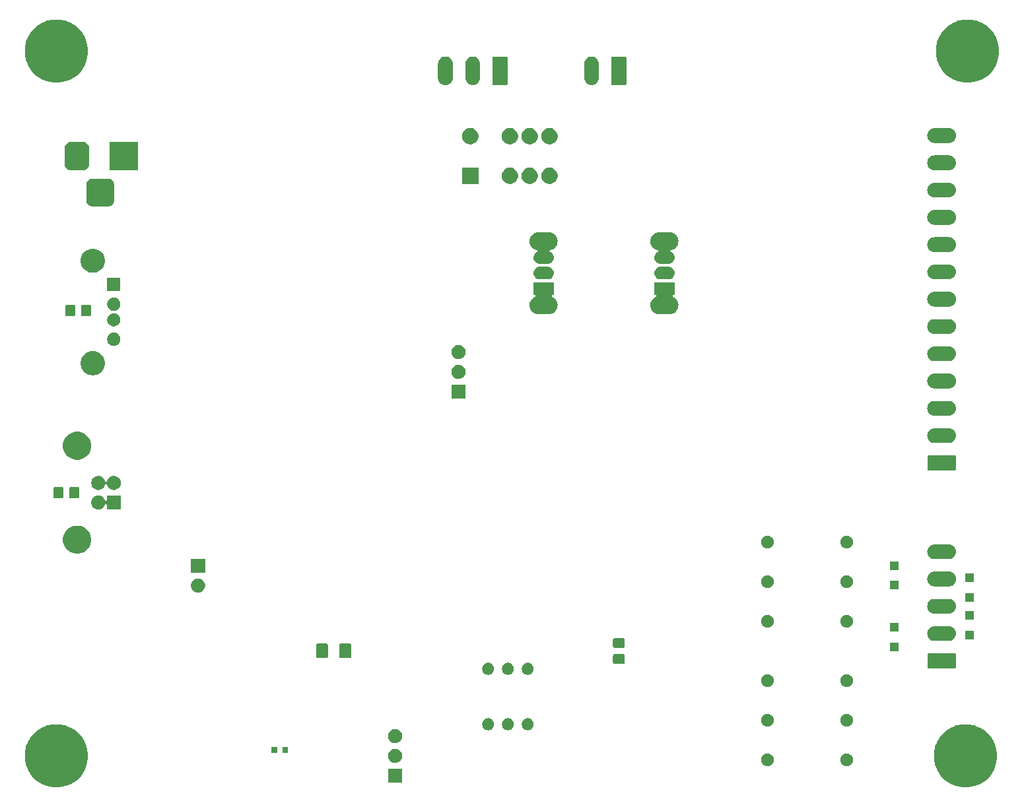
<source format=gbr>
G04 #@! TF.GenerationSoftware,KiCad,Pcbnew,(5.1.5-0-10_14)*
G04 #@! TF.CreationDate,2020-12-05T17:11:41-05:00*
G04 #@! TF.ProjectId,quantar-interface,7175616e-7461-4722-9d69-6e7465726661,rev?*
G04 #@! TF.SameCoordinates,Original*
G04 #@! TF.FileFunction,Soldermask,Bot*
G04 #@! TF.FilePolarity,Negative*
%FSLAX46Y46*%
G04 Gerber Fmt 4.6, Leading zero omitted, Abs format (unit mm)*
G04 Created by KiCad (PCBNEW (5.1.5-0-10_14)) date 2020-12-05 17:11:41*
%MOMM*%
%LPD*%
G04 APERTURE LIST*
%ADD10C,0.100000*%
G04 APERTURE END LIST*
D10*
G36*
X199301632Y-142916677D02*
G01*
X199555317Y-143021757D01*
X200038868Y-143222050D01*
X200702362Y-143665383D01*
X201266617Y-144229638D01*
X201709950Y-144893132D01*
X201811533Y-145138376D01*
X202015323Y-145630368D01*
X202171000Y-146413010D01*
X202171000Y-147210990D01*
X202015323Y-147993632D01*
X201888833Y-148299005D01*
X201709950Y-148730868D01*
X201266617Y-149394362D01*
X200702362Y-149958617D01*
X200038868Y-150401950D01*
X199607005Y-150580833D01*
X199301632Y-150707323D01*
X198518990Y-150863000D01*
X197721010Y-150863000D01*
X196938368Y-150707323D01*
X196632995Y-150580833D01*
X196201132Y-150401950D01*
X195537638Y-149958617D01*
X194973383Y-149394362D01*
X194530050Y-148730868D01*
X194351167Y-148299005D01*
X194224677Y-147993632D01*
X194069000Y-147210990D01*
X194069000Y-146413010D01*
X194224677Y-145630368D01*
X194428467Y-145138376D01*
X194530050Y-144893132D01*
X194973383Y-144229638D01*
X195537638Y-143665383D01*
X196201132Y-143222050D01*
X196684683Y-143021757D01*
X196938368Y-142916677D01*
X197721010Y-142761000D01*
X198518990Y-142761000D01*
X199301632Y-142916677D01*
G37*
G36*
X82715632Y-142916677D02*
G01*
X82969317Y-143021757D01*
X83452868Y-143222050D01*
X84116362Y-143665383D01*
X84680617Y-144229638D01*
X85123950Y-144893132D01*
X85225533Y-145138376D01*
X85429323Y-145630368D01*
X85585000Y-146413010D01*
X85585000Y-147210990D01*
X85429323Y-147993632D01*
X85302833Y-148299005D01*
X85123950Y-148730868D01*
X84680617Y-149394362D01*
X84116362Y-149958617D01*
X83452868Y-150401950D01*
X83021005Y-150580833D01*
X82715632Y-150707323D01*
X81932990Y-150863000D01*
X81135010Y-150863000D01*
X80352368Y-150707323D01*
X80046995Y-150580833D01*
X79615132Y-150401950D01*
X78951638Y-149958617D01*
X78387383Y-149394362D01*
X77944050Y-148730868D01*
X77765167Y-148299005D01*
X77638677Y-147993632D01*
X77483000Y-147210990D01*
X77483000Y-146413010D01*
X77638677Y-145630368D01*
X77842467Y-145138376D01*
X77944050Y-144893132D01*
X78387383Y-144229638D01*
X78951638Y-143665383D01*
X79615132Y-143222050D01*
X80098683Y-143021757D01*
X80352368Y-142916677D01*
X81135010Y-142761000D01*
X81932990Y-142761000D01*
X82715632Y-142916677D01*
G37*
G36*
X125869000Y-150253000D02*
G01*
X124067000Y-150253000D01*
X124067000Y-148451000D01*
X125869000Y-148451000D01*
X125869000Y-150253000D01*
G37*
G36*
X183117142Y-146538242D02*
G01*
X183265101Y-146599529D01*
X183398255Y-146688499D01*
X183511501Y-146801745D01*
X183600471Y-146934899D01*
X183661758Y-147082858D01*
X183693000Y-147239925D01*
X183693000Y-147400075D01*
X183661758Y-147557142D01*
X183600471Y-147705101D01*
X183511501Y-147838255D01*
X183398255Y-147951501D01*
X183265101Y-148040471D01*
X183117142Y-148101758D01*
X182960075Y-148133000D01*
X182799925Y-148133000D01*
X182642858Y-148101758D01*
X182494899Y-148040471D01*
X182361745Y-147951501D01*
X182248499Y-147838255D01*
X182159529Y-147705101D01*
X182098242Y-147557142D01*
X182067000Y-147400075D01*
X182067000Y-147239925D01*
X182098242Y-147082858D01*
X182159529Y-146934899D01*
X182248499Y-146801745D01*
X182361745Y-146688499D01*
X182494899Y-146599529D01*
X182642858Y-146538242D01*
X182799925Y-146507000D01*
X182960075Y-146507000D01*
X183117142Y-146538242D01*
G37*
G36*
X172957142Y-146538242D02*
G01*
X173105101Y-146599529D01*
X173238255Y-146688499D01*
X173351501Y-146801745D01*
X173440471Y-146934899D01*
X173501758Y-147082858D01*
X173533000Y-147239925D01*
X173533000Y-147400075D01*
X173501758Y-147557142D01*
X173440471Y-147705101D01*
X173351501Y-147838255D01*
X173238255Y-147951501D01*
X173105101Y-148040471D01*
X172957142Y-148101758D01*
X172800075Y-148133000D01*
X172639925Y-148133000D01*
X172482858Y-148101758D01*
X172334899Y-148040471D01*
X172201745Y-147951501D01*
X172088499Y-147838255D01*
X171999529Y-147705101D01*
X171938242Y-147557142D01*
X171907000Y-147400075D01*
X171907000Y-147239925D01*
X171938242Y-147082858D01*
X171999529Y-146934899D01*
X172088499Y-146801745D01*
X172201745Y-146688499D01*
X172334899Y-146599529D01*
X172482858Y-146538242D01*
X172639925Y-146507000D01*
X172800075Y-146507000D01*
X172957142Y-146538242D01*
G37*
G36*
X125081512Y-145915927D02*
G01*
X125230812Y-145945624D01*
X125394784Y-146013544D01*
X125542354Y-146112147D01*
X125667853Y-146237646D01*
X125766456Y-146385216D01*
X125834376Y-146549188D01*
X125869000Y-146723259D01*
X125869000Y-146900741D01*
X125834376Y-147074812D01*
X125766456Y-147238784D01*
X125667853Y-147386354D01*
X125542354Y-147511853D01*
X125394784Y-147610456D01*
X125230812Y-147678376D01*
X125081512Y-147708073D01*
X125056742Y-147713000D01*
X124879258Y-147713000D01*
X124854488Y-147708073D01*
X124705188Y-147678376D01*
X124541216Y-147610456D01*
X124393646Y-147511853D01*
X124268147Y-147386354D01*
X124169544Y-147238784D01*
X124101624Y-147074812D01*
X124067000Y-146900741D01*
X124067000Y-146723259D01*
X124101624Y-146549188D01*
X124169544Y-146385216D01*
X124268147Y-146237646D01*
X124393646Y-146112147D01*
X124541216Y-146013544D01*
X124705188Y-145945624D01*
X124854488Y-145915927D01*
X124879258Y-145911000D01*
X125056742Y-145911000D01*
X125081512Y-145915927D01*
G37*
G36*
X111225000Y-146451000D02*
G01*
X110523000Y-146451000D01*
X110523000Y-145649000D01*
X111225000Y-145649000D01*
X111225000Y-146451000D01*
G37*
G36*
X109825000Y-146451000D02*
G01*
X109123000Y-146451000D01*
X109123000Y-145649000D01*
X109825000Y-145649000D01*
X109825000Y-146451000D01*
G37*
G36*
X125081512Y-143375927D02*
G01*
X125230812Y-143405624D01*
X125394784Y-143473544D01*
X125542354Y-143572147D01*
X125667853Y-143697646D01*
X125766456Y-143845216D01*
X125834376Y-144009188D01*
X125869000Y-144183259D01*
X125869000Y-144360741D01*
X125834376Y-144534812D01*
X125766456Y-144698784D01*
X125667853Y-144846354D01*
X125542354Y-144971853D01*
X125394784Y-145070456D01*
X125230812Y-145138376D01*
X125081512Y-145168073D01*
X125056742Y-145173000D01*
X124879258Y-145173000D01*
X124854488Y-145168073D01*
X124705188Y-145138376D01*
X124541216Y-145070456D01*
X124393646Y-144971853D01*
X124268147Y-144846354D01*
X124169544Y-144698784D01*
X124101624Y-144534812D01*
X124067000Y-144360741D01*
X124067000Y-144183259D01*
X124101624Y-144009188D01*
X124169544Y-143845216D01*
X124268147Y-143697646D01*
X124393646Y-143572147D01*
X124541216Y-143473544D01*
X124705188Y-143405624D01*
X124854488Y-143375927D01*
X124879258Y-143371000D01*
X125056742Y-143371000D01*
X125081512Y-143375927D01*
G37*
G36*
X142111589Y-141986876D02*
G01*
X142210893Y-142006629D01*
X142351206Y-142064748D01*
X142477484Y-142149125D01*
X142584875Y-142256516D01*
X142669252Y-142382794D01*
X142727371Y-142523107D01*
X142757000Y-142672063D01*
X142757000Y-142823937D01*
X142727371Y-142972893D01*
X142669252Y-143113206D01*
X142584875Y-143239484D01*
X142477484Y-143346875D01*
X142351206Y-143431252D01*
X142210893Y-143489371D01*
X142111589Y-143509124D01*
X142061938Y-143519000D01*
X141910062Y-143519000D01*
X141860411Y-143509124D01*
X141761107Y-143489371D01*
X141620794Y-143431252D01*
X141494516Y-143346875D01*
X141387125Y-143239484D01*
X141302748Y-143113206D01*
X141244629Y-142972893D01*
X141215000Y-142823937D01*
X141215000Y-142672063D01*
X141244629Y-142523107D01*
X141302748Y-142382794D01*
X141387125Y-142256516D01*
X141494516Y-142149125D01*
X141620794Y-142064748D01*
X141761107Y-142006629D01*
X141860411Y-141986876D01*
X141910062Y-141977000D01*
X142061938Y-141977000D01*
X142111589Y-141986876D01*
G37*
G36*
X139571589Y-141986876D02*
G01*
X139670893Y-142006629D01*
X139811206Y-142064748D01*
X139937484Y-142149125D01*
X140044875Y-142256516D01*
X140129252Y-142382794D01*
X140187371Y-142523107D01*
X140217000Y-142672063D01*
X140217000Y-142823937D01*
X140187371Y-142972893D01*
X140129252Y-143113206D01*
X140044875Y-143239484D01*
X139937484Y-143346875D01*
X139811206Y-143431252D01*
X139670893Y-143489371D01*
X139571589Y-143509124D01*
X139521938Y-143519000D01*
X139370062Y-143519000D01*
X139320411Y-143509124D01*
X139221107Y-143489371D01*
X139080794Y-143431252D01*
X138954516Y-143346875D01*
X138847125Y-143239484D01*
X138762748Y-143113206D01*
X138704629Y-142972893D01*
X138675000Y-142823937D01*
X138675000Y-142672063D01*
X138704629Y-142523107D01*
X138762748Y-142382794D01*
X138847125Y-142256516D01*
X138954516Y-142149125D01*
X139080794Y-142064748D01*
X139221107Y-142006629D01*
X139320411Y-141986876D01*
X139370062Y-141977000D01*
X139521938Y-141977000D01*
X139571589Y-141986876D01*
G37*
G36*
X137031589Y-141986876D02*
G01*
X137130893Y-142006629D01*
X137271206Y-142064748D01*
X137397484Y-142149125D01*
X137504875Y-142256516D01*
X137589252Y-142382794D01*
X137647371Y-142523107D01*
X137677000Y-142672063D01*
X137677000Y-142823937D01*
X137647371Y-142972893D01*
X137589252Y-143113206D01*
X137504875Y-143239484D01*
X137397484Y-143346875D01*
X137271206Y-143431252D01*
X137130893Y-143489371D01*
X137031589Y-143509124D01*
X136981938Y-143519000D01*
X136830062Y-143519000D01*
X136780411Y-143509124D01*
X136681107Y-143489371D01*
X136540794Y-143431252D01*
X136414516Y-143346875D01*
X136307125Y-143239484D01*
X136222748Y-143113206D01*
X136164629Y-142972893D01*
X136135000Y-142823937D01*
X136135000Y-142672063D01*
X136164629Y-142523107D01*
X136222748Y-142382794D01*
X136307125Y-142256516D01*
X136414516Y-142149125D01*
X136540794Y-142064748D01*
X136681107Y-142006629D01*
X136780411Y-141986876D01*
X136830062Y-141977000D01*
X136981938Y-141977000D01*
X137031589Y-141986876D01*
G37*
G36*
X172957142Y-141458242D02*
G01*
X173105101Y-141519529D01*
X173238255Y-141608499D01*
X173351501Y-141721745D01*
X173440471Y-141854899D01*
X173501758Y-142002858D01*
X173533000Y-142159925D01*
X173533000Y-142320075D01*
X173501758Y-142477142D01*
X173440471Y-142625101D01*
X173351501Y-142758255D01*
X173238255Y-142871501D01*
X173105101Y-142960471D01*
X172957142Y-143021758D01*
X172800075Y-143053000D01*
X172639925Y-143053000D01*
X172482858Y-143021758D01*
X172334899Y-142960471D01*
X172201745Y-142871501D01*
X172088499Y-142758255D01*
X171999529Y-142625101D01*
X171938242Y-142477142D01*
X171907000Y-142320075D01*
X171907000Y-142159925D01*
X171938242Y-142002858D01*
X171999529Y-141854899D01*
X172088499Y-141721745D01*
X172201745Y-141608499D01*
X172334899Y-141519529D01*
X172482858Y-141458242D01*
X172639925Y-141427000D01*
X172800075Y-141427000D01*
X172957142Y-141458242D01*
G37*
G36*
X183117142Y-141458242D02*
G01*
X183265101Y-141519529D01*
X183398255Y-141608499D01*
X183511501Y-141721745D01*
X183600471Y-141854899D01*
X183661758Y-142002858D01*
X183693000Y-142159925D01*
X183693000Y-142320075D01*
X183661758Y-142477142D01*
X183600471Y-142625101D01*
X183511501Y-142758255D01*
X183398255Y-142871501D01*
X183265101Y-142960471D01*
X183117142Y-143021758D01*
X182960075Y-143053000D01*
X182799925Y-143053000D01*
X182642858Y-143021758D01*
X182494899Y-142960471D01*
X182361745Y-142871501D01*
X182248499Y-142758255D01*
X182159529Y-142625101D01*
X182098242Y-142477142D01*
X182067000Y-142320075D01*
X182067000Y-142159925D01*
X182098242Y-142002858D01*
X182159529Y-141854899D01*
X182248499Y-141721745D01*
X182361745Y-141608499D01*
X182494899Y-141519529D01*
X182642858Y-141458242D01*
X182799925Y-141427000D01*
X182960075Y-141427000D01*
X183117142Y-141458242D01*
G37*
G36*
X183117142Y-136378242D02*
G01*
X183265101Y-136439529D01*
X183398255Y-136528499D01*
X183511501Y-136641745D01*
X183600471Y-136774899D01*
X183661758Y-136922858D01*
X183693000Y-137079925D01*
X183693000Y-137240075D01*
X183661758Y-137397142D01*
X183600471Y-137545101D01*
X183511501Y-137678255D01*
X183398255Y-137791501D01*
X183265101Y-137880471D01*
X183117142Y-137941758D01*
X182960075Y-137973000D01*
X182799925Y-137973000D01*
X182642858Y-137941758D01*
X182494899Y-137880471D01*
X182361745Y-137791501D01*
X182248499Y-137678255D01*
X182159529Y-137545101D01*
X182098242Y-137397142D01*
X182067000Y-137240075D01*
X182067000Y-137079925D01*
X182098242Y-136922858D01*
X182159529Y-136774899D01*
X182248499Y-136641745D01*
X182361745Y-136528499D01*
X182494899Y-136439529D01*
X182642858Y-136378242D01*
X182799925Y-136347000D01*
X182960075Y-136347000D01*
X183117142Y-136378242D01*
G37*
G36*
X172957142Y-136378242D02*
G01*
X173105101Y-136439529D01*
X173238255Y-136528499D01*
X173351501Y-136641745D01*
X173440471Y-136774899D01*
X173501758Y-136922858D01*
X173533000Y-137079925D01*
X173533000Y-137240075D01*
X173501758Y-137397142D01*
X173440471Y-137545101D01*
X173351501Y-137678255D01*
X173238255Y-137791501D01*
X173105101Y-137880471D01*
X172957142Y-137941758D01*
X172800075Y-137973000D01*
X172639925Y-137973000D01*
X172482858Y-137941758D01*
X172334899Y-137880471D01*
X172201745Y-137791501D01*
X172088499Y-137678255D01*
X171999529Y-137545101D01*
X171938242Y-137397142D01*
X171907000Y-137240075D01*
X171907000Y-137079925D01*
X171938242Y-136922858D01*
X171999529Y-136774899D01*
X172088499Y-136641745D01*
X172201745Y-136528499D01*
X172334899Y-136439529D01*
X172482858Y-136378242D01*
X172639925Y-136347000D01*
X172800075Y-136347000D01*
X172957142Y-136378242D01*
G37*
G36*
X142111589Y-134874876D02*
G01*
X142210893Y-134894629D01*
X142351206Y-134952748D01*
X142477484Y-135037125D01*
X142584875Y-135144516D01*
X142669252Y-135270794D01*
X142727371Y-135411107D01*
X142757000Y-135560063D01*
X142757000Y-135711937D01*
X142727371Y-135860893D01*
X142669252Y-136001206D01*
X142584875Y-136127484D01*
X142477484Y-136234875D01*
X142351206Y-136319252D01*
X142210893Y-136377371D01*
X142111589Y-136397124D01*
X142061938Y-136407000D01*
X141910062Y-136407000D01*
X141860411Y-136397124D01*
X141761107Y-136377371D01*
X141620794Y-136319252D01*
X141494516Y-136234875D01*
X141387125Y-136127484D01*
X141302748Y-136001206D01*
X141244629Y-135860893D01*
X141215000Y-135711937D01*
X141215000Y-135560063D01*
X141244629Y-135411107D01*
X141302748Y-135270794D01*
X141387125Y-135144516D01*
X141494516Y-135037125D01*
X141620794Y-134952748D01*
X141761107Y-134894629D01*
X141860411Y-134874876D01*
X141910062Y-134865000D01*
X142061938Y-134865000D01*
X142111589Y-134874876D01*
G37*
G36*
X139571589Y-134874876D02*
G01*
X139670893Y-134894629D01*
X139811206Y-134952748D01*
X139937484Y-135037125D01*
X140044875Y-135144516D01*
X140129252Y-135270794D01*
X140187371Y-135411107D01*
X140217000Y-135560063D01*
X140217000Y-135711937D01*
X140187371Y-135860893D01*
X140129252Y-136001206D01*
X140044875Y-136127484D01*
X139937484Y-136234875D01*
X139811206Y-136319252D01*
X139670893Y-136377371D01*
X139571589Y-136397124D01*
X139521938Y-136407000D01*
X139370062Y-136407000D01*
X139320411Y-136397124D01*
X139221107Y-136377371D01*
X139080794Y-136319252D01*
X138954516Y-136234875D01*
X138847125Y-136127484D01*
X138762748Y-136001206D01*
X138704629Y-135860893D01*
X138675000Y-135711937D01*
X138675000Y-135560063D01*
X138704629Y-135411107D01*
X138762748Y-135270794D01*
X138847125Y-135144516D01*
X138954516Y-135037125D01*
X139080794Y-134952748D01*
X139221107Y-134894629D01*
X139320411Y-134874876D01*
X139370062Y-134865000D01*
X139521938Y-134865000D01*
X139571589Y-134874876D01*
G37*
G36*
X137031589Y-134874876D02*
G01*
X137130893Y-134894629D01*
X137271206Y-134952748D01*
X137397484Y-135037125D01*
X137504875Y-135144516D01*
X137589252Y-135270794D01*
X137647371Y-135411107D01*
X137677000Y-135560063D01*
X137677000Y-135711937D01*
X137647371Y-135860893D01*
X137589252Y-136001206D01*
X137504875Y-136127484D01*
X137397484Y-136234875D01*
X137271206Y-136319252D01*
X137130893Y-136377371D01*
X137031589Y-136397124D01*
X136981938Y-136407000D01*
X136830062Y-136407000D01*
X136780411Y-136397124D01*
X136681107Y-136377371D01*
X136540794Y-136319252D01*
X136414516Y-136234875D01*
X136307125Y-136127484D01*
X136222748Y-136001206D01*
X136164629Y-135860893D01*
X136135000Y-135711937D01*
X136135000Y-135560063D01*
X136164629Y-135411107D01*
X136222748Y-135270794D01*
X136307125Y-135144516D01*
X136414516Y-135037125D01*
X136540794Y-134952748D01*
X136681107Y-134894629D01*
X136780411Y-134874876D01*
X136830062Y-134865000D01*
X136981938Y-134865000D01*
X137031589Y-134874876D01*
G37*
G36*
X196782915Y-133672934D02*
G01*
X196815424Y-133682795D01*
X196845382Y-133698809D01*
X196871641Y-133720359D01*
X196893191Y-133746618D01*
X196909205Y-133776576D01*
X196919066Y-133809085D01*
X196923000Y-133849029D01*
X196923000Y-135390971D01*
X196919066Y-135430915D01*
X196909205Y-135463424D01*
X196893191Y-135493382D01*
X196871641Y-135519641D01*
X196845382Y-135541191D01*
X196815424Y-135557205D01*
X196782915Y-135567066D01*
X196742971Y-135571000D01*
X193401029Y-135571000D01*
X193361085Y-135567066D01*
X193328576Y-135557205D01*
X193298618Y-135541191D01*
X193272359Y-135519641D01*
X193250809Y-135493382D01*
X193234795Y-135463424D01*
X193224934Y-135430915D01*
X193221000Y-135390971D01*
X193221000Y-133849029D01*
X193224934Y-133809085D01*
X193234795Y-133776576D01*
X193250809Y-133746618D01*
X193272359Y-133720359D01*
X193298618Y-133698809D01*
X193328576Y-133682795D01*
X193361085Y-133672934D01*
X193401029Y-133669000D01*
X196742971Y-133669000D01*
X196782915Y-133672934D01*
G37*
G36*
X154258674Y-133753465D02*
G01*
X154296367Y-133764899D01*
X154331103Y-133783466D01*
X154361548Y-133808452D01*
X154386534Y-133838897D01*
X154405101Y-133873633D01*
X154416535Y-133911326D01*
X154421000Y-133956661D01*
X154421000Y-134793339D01*
X154416535Y-134838674D01*
X154405101Y-134876367D01*
X154386534Y-134911103D01*
X154361548Y-134941548D01*
X154331103Y-134966534D01*
X154296367Y-134985101D01*
X154258674Y-134996535D01*
X154213339Y-135001000D01*
X153126661Y-135001000D01*
X153081326Y-134996535D01*
X153043633Y-134985101D01*
X153008897Y-134966534D01*
X152978452Y-134941548D01*
X152953466Y-134911103D01*
X152934899Y-134876367D01*
X152923465Y-134838674D01*
X152919000Y-134793339D01*
X152919000Y-133956661D01*
X152923465Y-133911326D01*
X152934899Y-133873633D01*
X152953466Y-133838897D01*
X152978452Y-133808452D01*
X153008897Y-133783466D01*
X153043633Y-133764899D01*
X153081326Y-133753465D01*
X153126661Y-133749000D01*
X154213339Y-133749000D01*
X154258674Y-133753465D01*
G37*
G36*
X119194562Y-132428181D02*
G01*
X119229481Y-132438774D01*
X119261663Y-132455976D01*
X119289873Y-132479127D01*
X119313024Y-132507337D01*
X119330226Y-132539519D01*
X119340819Y-132574438D01*
X119345000Y-132616895D01*
X119345000Y-134083105D01*
X119340819Y-134125562D01*
X119330226Y-134160481D01*
X119313024Y-134192663D01*
X119289873Y-134220873D01*
X119261663Y-134244024D01*
X119229481Y-134261226D01*
X119194562Y-134271819D01*
X119152105Y-134276000D01*
X118010895Y-134276000D01*
X117968438Y-134271819D01*
X117933519Y-134261226D01*
X117901337Y-134244024D01*
X117873127Y-134220873D01*
X117849976Y-134192663D01*
X117832774Y-134160481D01*
X117822181Y-134125562D01*
X117818000Y-134083105D01*
X117818000Y-132616895D01*
X117822181Y-132574438D01*
X117832774Y-132539519D01*
X117849976Y-132507337D01*
X117873127Y-132479127D01*
X117901337Y-132455976D01*
X117933519Y-132438774D01*
X117968438Y-132428181D01*
X118010895Y-132424000D01*
X119152105Y-132424000D01*
X119194562Y-132428181D01*
G37*
G36*
X116219562Y-132428181D02*
G01*
X116254481Y-132438774D01*
X116286663Y-132455976D01*
X116314873Y-132479127D01*
X116338024Y-132507337D01*
X116355226Y-132539519D01*
X116365819Y-132574438D01*
X116370000Y-132616895D01*
X116370000Y-134083105D01*
X116365819Y-134125562D01*
X116355226Y-134160481D01*
X116338024Y-134192663D01*
X116314873Y-134220873D01*
X116286663Y-134244024D01*
X116254481Y-134261226D01*
X116219562Y-134271819D01*
X116177105Y-134276000D01*
X115035895Y-134276000D01*
X114993438Y-134271819D01*
X114958519Y-134261226D01*
X114926337Y-134244024D01*
X114898127Y-134220873D01*
X114874976Y-134192663D01*
X114857774Y-134160481D01*
X114847181Y-134125562D01*
X114843000Y-134083105D01*
X114843000Y-132616895D01*
X114847181Y-132574438D01*
X114857774Y-132539519D01*
X114874976Y-132507337D01*
X114898127Y-132479127D01*
X114926337Y-132455976D01*
X114958519Y-132438774D01*
X114993438Y-132428181D01*
X115035895Y-132424000D01*
X116177105Y-132424000D01*
X116219562Y-132428181D01*
G37*
G36*
X189527000Y-133373000D02*
G01*
X188425000Y-133373000D01*
X188425000Y-132271000D01*
X189527000Y-132271000D01*
X189527000Y-133373000D01*
G37*
G36*
X154258674Y-131703465D02*
G01*
X154296367Y-131714899D01*
X154331103Y-131733466D01*
X154361548Y-131758452D01*
X154386534Y-131788897D01*
X154405101Y-131823633D01*
X154416535Y-131861326D01*
X154421000Y-131906661D01*
X154421000Y-132743339D01*
X154416535Y-132788674D01*
X154405101Y-132826367D01*
X154386534Y-132861103D01*
X154361548Y-132891548D01*
X154331103Y-132916534D01*
X154296367Y-132935101D01*
X154258674Y-132946535D01*
X154213339Y-132951000D01*
X153126661Y-132951000D01*
X153081326Y-132946535D01*
X153043633Y-132935101D01*
X153008897Y-132916534D01*
X152978452Y-132891548D01*
X152953466Y-132861103D01*
X152934899Y-132826367D01*
X152923465Y-132788674D01*
X152919000Y-132743339D01*
X152919000Y-131906661D01*
X152923465Y-131861326D01*
X152934899Y-131823633D01*
X152953466Y-131788897D01*
X152978452Y-131758452D01*
X153008897Y-131733466D01*
X153043633Y-131714899D01*
X153081326Y-131703465D01*
X153126661Y-131699000D01*
X154213339Y-131699000D01*
X154258674Y-131703465D01*
G37*
G36*
X196158425Y-130182760D02*
G01*
X196158428Y-130182761D01*
X196158429Y-130182761D01*
X196337693Y-130237140D01*
X196337696Y-130237142D01*
X196337697Y-130237142D01*
X196502903Y-130325446D01*
X196647712Y-130444288D01*
X196766554Y-130589097D01*
X196850954Y-130747000D01*
X196854860Y-130754307D01*
X196890865Y-130873000D01*
X196909240Y-130933575D01*
X196927601Y-131120000D01*
X196909240Y-131306425D01*
X196909239Y-131306428D01*
X196909239Y-131306429D01*
X196854860Y-131485693D01*
X196854858Y-131485696D01*
X196854858Y-131485697D01*
X196766554Y-131650903D01*
X196647712Y-131795712D01*
X196502903Y-131914554D01*
X196337697Y-132002858D01*
X196337693Y-132002860D01*
X196158429Y-132057239D01*
X196158428Y-132057239D01*
X196158425Y-132057240D01*
X196018718Y-132071000D01*
X194125282Y-132071000D01*
X193985575Y-132057240D01*
X193985572Y-132057239D01*
X193985571Y-132057239D01*
X193806307Y-132002860D01*
X193806303Y-132002858D01*
X193641097Y-131914554D01*
X193496288Y-131795712D01*
X193377446Y-131650903D01*
X193289142Y-131485697D01*
X193289142Y-131485696D01*
X193289140Y-131485693D01*
X193234761Y-131306429D01*
X193234761Y-131306428D01*
X193234760Y-131306425D01*
X193216399Y-131120000D01*
X193234760Y-130933575D01*
X193253135Y-130873000D01*
X193289140Y-130754307D01*
X193293046Y-130747000D01*
X193377446Y-130589097D01*
X193496288Y-130444288D01*
X193641097Y-130325446D01*
X193806303Y-130237142D01*
X193806304Y-130237142D01*
X193806307Y-130237140D01*
X193985571Y-130182761D01*
X193985572Y-130182761D01*
X193985575Y-130182760D01*
X194125282Y-130169000D01*
X196018718Y-130169000D01*
X196158425Y-130182760D01*
G37*
G36*
X199179000Y-131849000D02*
G01*
X198077000Y-131849000D01*
X198077000Y-130747000D01*
X199179000Y-130747000D01*
X199179000Y-131849000D01*
G37*
G36*
X189527000Y-130873000D02*
G01*
X188425000Y-130873000D01*
X188425000Y-129771000D01*
X189527000Y-129771000D01*
X189527000Y-130873000D01*
G37*
G36*
X183117142Y-128758242D02*
G01*
X183265101Y-128819529D01*
X183398255Y-128908499D01*
X183511501Y-129021745D01*
X183600471Y-129154899D01*
X183661758Y-129302858D01*
X183693000Y-129459925D01*
X183693000Y-129620075D01*
X183661758Y-129777142D01*
X183600471Y-129925101D01*
X183511501Y-130058255D01*
X183398255Y-130171501D01*
X183265101Y-130260471D01*
X183117142Y-130321758D01*
X182960075Y-130353000D01*
X182799925Y-130353000D01*
X182642858Y-130321758D01*
X182494899Y-130260471D01*
X182361745Y-130171501D01*
X182248499Y-130058255D01*
X182159529Y-129925101D01*
X182098242Y-129777142D01*
X182067000Y-129620075D01*
X182067000Y-129459925D01*
X182098242Y-129302858D01*
X182159529Y-129154899D01*
X182248499Y-129021745D01*
X182361745Y-128908499D01*
X182494899Y-128819529D01*
X182642858Y-128758242D01*
X182799925Y-128727000D01*
X182960075Y-128727000D01*
X183117142Y-128758242D01*
G37*
G36*
X172957142Y-128758242D02*
G01*
X173105101Y-128819529D01*
X173238255Y-128908499D01*
X173351501Y-129021745D01*
X173440471Y-129154899D01*
X173501758Y-129302858D01*
X173533000Y-129459925D01*
X173533000Y-129620075D01*
X173501758Y-129777142D01*
X173440471Y-129925101D01*
X173351501Y-130058255D01*
X173238255Y-130171501D01*
X173105101Y-130260471D01*
X172957142Y-130321758D01*
X172800075Y-130353000D01*
X172639925Y-130353000D01*
X172482858Y-130321758D01*
X172334899Y-130260471D01*
X172201745Y-130171501D01*
X172088499Y-130058255D01*
X171999529Y-129925101D01*
X171938242Y-129777142D01*
X171907000Y-129620075D01*
X171907000Y-129459925D01*
X171938242Y-129302858D01*
X171999529Y-129154899D01*
X172088499Y-129021745D01*
X172201745Y-128908499D01*
X172334899Y-128819529D01*
X172482858Y-128758242D01*
X172639925Y-128727000D01*
X172800075Y-128727000D01*
X172957142Y-128758242D01*
G37*
G36*
X199179000Y-129349000D02*
G01*
X198077000Y-129349000D01*
X198077000Y-128247000D01*
X199179000Y-128247000D01*
X199179000Y-129349000D01*
G37*
G36*
X196158425Y-126682760D02*
G01*
X196158428Y-126682761D01*
X196158429Y-126682761D01*
X196337693Y-126737140D01*
X196337696Y-126737142D01*
X196337697Y-126737142D01*
X196502903Y-126825446D01*
X196647712Y-126944288D01*
X196766554Y-127089097D01*
X196854858Y-127254303D01*
X196854860Y-127254307D01*
X196909239Y-127433571D01*
X196909240Y-127433575D01*
X196927601Y-127620000D01*
X196909240Y-127806425D01*
X196909239Y-127806428D01*
X196909239Y-127806429D01*
X196854860Y-127985693D01*
X196854858Y-127985696D01*
X196854858Y-127985697D01*
X196766554Y-128150903D01*
X196647712Y-128295712D01*
X196502903Y-128414554D01*
X196337697Y-128502858D01*
X196337693Y-128502860D01*
X196158429Y-128557239D01*
X196158428Y-128557239D01*
X196158425Y-128557240D01*
X196018718Y-128571000D01*
X194125282Y-128571000D01*
X193985575Y-128557240D01*
X193985572Y-128557239D01*
X193985571Y-128557239D01*
X193806307Y-128502860D01*
X193806303Y-128502858D01*
X193641097Y-128414554D01*
X193496288Y-128295712D01*
X193377446Y-128150903D01*
X193289142Y-127985697D01*
X193289142Y-127985696D01*
X193289140Y-127985693D01*
X193234761Y-127806429D01*
X193234761Y-127806428D01*
X193234760Y-127806425D01*
X193216399Y-127620000D01*
X193234760Y-127433575D01*
X193234761Y-127433571D01*
X193289140Y-127254307D01*
X193289142Y-127254303D01*
X193377446Y-127089097D01*
X193496288Y-126944288D01*
X193641097Y-126825446D01*
X193806303Y-126737142D01*
X193806304Y-126737142D01*
X193806307Y-126737140D01*
X193985571Y-126682761D01*
X193985572Y-126682761D01*
X193985575Y-126682760D01*
X194125282Y-126669000D01*
X196018718Y-126669000D01*
X196158425Y-126682760D01*
G37*
G36*
X199179000Y-127023000D02*
G01*
X198077000Y-127023000D01*
X198077000Y-125921000D01*
X199179000Y-125921000D01*
X199179000Y-127023000D01*
G37*
G36*
X99808512Y-124071927D02*
G01*
X99957812Y-124101624D01*
X100121784Y-124169544D01*
X100269354Y-124268147D01*
X100394853Y-124393646D01*
X100493456Y-124541216D01*
X100561376Y-124705188D01*
X100596000Y-124879259D01*
X100596000Y-125056741D01*
X100561376Y-125230812D01*
X100493456Y-125394784D01*
X100394853Y-125542354D01*
X100269354Y-125667853D01*
X100121784Y-125766456D01*
X99957812Y-125834376D01*
X99808512Y-125864073D01*
X99783742Y-125869000D01*
X99606258Y-125869000D01*
X99581488Y-125864073D01*
X99432188Y-125834376D01*
X99268216Y-125766456D01*
X99120646Y-125667853D01*
X98995147Y-125542354D01*
X98896544Y-125394784D01*
X98828624Y-125230812D01*
X98794000Y-125056741D01*
X98794000Y-124879259D01*
X98828624Y-124705188D01*
X98896544Y-124541216D01*
X98995147Y-124393646D01*
X99120646Y-124268147D01*
X99268216Y-124169544D01*
X99432188Y-124101624D01*
X99581488Y-124071927D01*
X99606258Y-124067000D01*
X99783742Y-124067000D01*
X99808512Y-124071927D01*
G37*
G36*
X189527000Y-125479000D02*
G01*
X188425000Y-125479000D01*
X188425000Y-124377000D01*
X189527000Y-124377000D01*
X189527000Y-125479000D01*
G37*
G36*
X172957142Y-123678242D02*
G01*
X173105101Y-123739529D01*
X173238255Y-123828499D01*
X173351501Y-123941745D01*
X173440471Y-124074899D01*
X173501758Y-124222858D01*
X173533000Y-124379925D01*
X173533000Y-124540075D01*
X173501758Y-124697142D01*
X173440471Y-124845101D01*
X173351501Y-124978255D01*
X173238255Y-125091501D01*
X173105101Y-125180471D01*
X172957142Y-125241758D01*
X172800075Y-125273000D01*
X172639925Y-125273000D01*
X172482858Y-125241758D01*
X172334899Y-125180471D01*
X172201745Y-125091501D01*
X172088499Y-124978255D01*
X171999529Y-124845101D01*
X171938242Y-124697142D01*
X171907000Y-124540075D01*
X171907000Y-124379925D01*
X171938242Y-124222858D01*
X171999529Y-124074899D01*
X172088499Y-123941745D01*
X172201745Y-123828499D01*
X172334899Y-123739529D01*
X172482858Y-123678242D01*
X172639925Y-123647000D01*
X172800075Y-123647000D01*
X172957142Y-123678242D01*
G37*
G36*
X183117142Y-123678242D02*
G01*
X183265101Y-123739529D01*
X183398255Y-123828499D01*
X183511501Y-123941745D01*
X183600471Y-124074899D01*
X183661758Y-124222858D01*
X183693000Y-124379925D01*
X183693000Y-124540075D01*
X183661758Y-124697142D01*
X183600471Y-124845101D01*
X183511501Y-124978255D01*
X183398255Y-125091501D01*
X183265101Y-125180471D01*
X183117142Y-125241758D01*
X182960075Y-125273000D01*
X182799925Y-125273000D01*
X182642858Y-125241758D01*
X182494899Y-125180471D01*
X182361745Y-125091501D01*
X182248499Y-124978255D01*
X182159529Y-124845101D01*
X182098242Y-124697142D01*
X182067000Y-124540075D01*
X182067000Y-124379925D01*
X182098242Y-124222858D01*
X182159529Y-124074899D01*
X182248499Y-123941745D01*
X182361745Y-123828499D01*
X182494899Y-123739529D01*
X182642858Y-123678242D01*
X182799925Y-123647000D01*
X182960075Y-123647000D01*
X183117142Y-123678242D01*
G37*
G36*
X196158425Y-123182760D02*
G01*
X196158428Y-123182761D01*
X196158429Y-123182761D01*
X196337693Y-123237140D01*
X196337696Y-123237142D01*
X196337697Y-123237142D01*
X196502903Y-123325446D01*
X196647712Y-123444288D01*
X196766554Y-123589097D01*
X196814203Y-123678243D01*
X196854860Y-123754307D01*
X196877366Y-123828501D01*
X196909240Y-123933575D01*
X196927601Y-124120000D01*
X196909240Y-124306425D01*
X196909239Y-124306428D01*
X196909239Y-124306429D01*
X196854860Y-124485693D01*
X196854858Y-124485696D01*
X196854858Y-124485697D01*
X196766554Y-124650903D01*
X196647712Y-124795712D01*
X196502903Y-124914554D01*
X196383726Y-124978255D01*
X196337693Y-125002860D01*
X196158429Y-125057239D01*
X196158428Y-125057239D01*
X196158425Y-125057240D01*
X196018718Y-125071000D01*
X194125282Y-125071000D01*
X193985575Y-125057240D01*
X193985572Y-125057239D01*
X193985571Y-125057239D01*
X193806307Y-125002860D01*
X193760274Y-124978255D01*
X193641097Y-124914554D01*
X193496288Y-124795712D01*
X193377446Y-124650903D01*
X193289142Y-124485697D01*
X193289142Y-124485696D01*
X193289140Y-124485693D01*
X193234761Y-124306429D01*
X193234761Y-124306428D01*
X193234760Y-124306425D01*
X193216399Y-124120000D01*
X193234760Y-123933575D01*
X193266634Y-123828501D01*
X193289140Y-123754307D01*
X193329797Y-123678243D01*
X193377446Y-123589097D01*
X193496288Y-123444288D01*
X193641097Y-123325446D01*
X193806303Y-123237142D01*
X193806304Y-123237142D01*
X193806307Y-123237140D01*
X193985571Y-123182761D01*
X193985572Y-123182761D01*
X193985575Y-123182760D01*
X194125282Y-123169000D01*
X196018718Y-123169000D01*
X196158425Y-123182760D01*
G37*
G36*
X199179000Y-124523000D02*
G01*
X198077000Y-124523000D01*
X198077000Y-123421000D01*
X199179000Y-123421000D01*
X199179000Y-124523000D01*
G37*
G36*
X100596000Y-123329000D02*
G01*
X98794000Y-123329000D01*
X98794000Y-121527000D01*
X100596000Y-121527000D01*
X100596000Y-123329000D01*
G37*
G36*
X189527000Y-122979000D02*
G01*
X188425000Y-122979000D01*
X188425000Y-121877000D01*
X189527000Y-121877000D01*
X189527000Y-122979000D01*
G37*
G36*
X196158425Y-119682760D02*
G01*
X196158428Y-119682761D01*
X196158429Y-119682761D01*
X196337693Y-119737140D01*
X196337696Y-119737142D01*
X196337697Y-119737142D01*
X196502903Y-119825446D01*
X196647712Y-119944288D01*
X196766554Y-120089097D01*
X196822091Y-120193000D01*
X196854860Y-120254307D01*
X196909239Y-120433571D01*
X196909240Y-120433575D01*
X196927601Y-120620000D01*
X196909240Y-120806425D01*
X196909239Y-120806428D01*
X196909239Y-120806429D01*
X196854860Y-120985693D01*
X196854858Y-120985696D01*
X196854858Y-120985697D01*
X196766554Y-121150903D01*
X196647712Y-121295712D01*
X196502903Y-121414554D01*
X196337697Y-121502858D01*
X196337693Y-121502860D01*
X196158429Y-121557239D01*
X196158428Y-121557239D01*
X196158425Y-121557240D01*
X196018718Y-121571000D01*
X194125282Y-121571000D01*
X193985575Y-121557240D01*
X193985572Y-121557239D01*
X193985571Y-121557239D01*
X193806307Y-121502860D01*
X193806303Y-121502858D01*
X193641097Y-121414554D01*
X193496288Y-121295712D01*
X193377446Y-121150903D01*
X193289142Y-120985697D01*
X193289142Y-120985696D01*
X193289140Y-120985693D01*
X193234761Y-120806429D01*
X193234761Y-120806428D01*
X193234760Y-120806425D01*
X193216399Y-120620000D01*
X193234760Y-120433575D01*
X193234761Y-120433571D01*
X193289140Y-120254307D01*
X193321909Y-120193000D01*
X193377446Y-120089097D01*
X193496288Y-119944288D01*
X193641097Y-119825446D01*
X193806303Y-119737142D01*
X193806304Y-119737142D01*
X193806307Y-119737140D01*
X193985571Y-119682761D01*
X193985572Y-119682761D01*
X193985575Y-119682760D01*
X194125282Y-119669000D01*
X196018718Y-119669000D01*
X196158425Y-119682760D01*
G37*
G36*
X84715331Y-117338211D02*
G01*
X85043092Y-117473974D01*
X85338070Y-117671072D01*
X85588928Y-117921930D01*
X85786026Y-118216908D01*
X85921789Y-118544669D01*
X85991000Y-118892616D01*
X85991000Y-119247384D01*
X85921789Y-119595331D01*
X85786026Y-119923092D01*
X85588928Y-120218070D01*
X85338070Y-120468928D01*
X85043092Y-120666026D01*
X84715331Y-120801789D01*
X84367384Y-120871000D01*
X84012616Y-120871000D01*
X83664669Y-120801789D01*
X83336908Y-120666026D01*
X83041930Y-120468928D01*
X82791072Y-120218070D01*
X82593974Y-119923092D01*
X82458211Y-119595331D01*
X82389000Y-119247384D01*
X82389000Y-118892616D01*
X82458211Y-118544669D01*
X82593974Y-118216908D01*
X82791072Y-117921930D01*
X83041930Y-117671072D01*
X83336908Y-117473974D01*
X83664669Y-117338211D01*
X84012616Y-117269000D01*
X84367384Y-117269000D01*
X84715331Y-117338211D01*
G37*
G36*
X183117142Y-118598242D02*
G01*
X183265101Y-118659529D01*
X183398255Y-118748499D01*
X183511501Y-118861745D01*
X183600471Y-118994899D01*
X183661758Y-119142858D01*
X183693000Y-119299925D01*
X183693000Y-119460075D01*
X183661758Y-119617142D01*
X183600471Y-119765101D01*
X183511501Y-119898255D01*
X183398255Y-120011501D01*
X183265101Y-120100471D01*
X183117142Y-120161758D01*
X182960075Y-120193000D01*
X182799925Y-120193000D01*
X182642858Y-120161758D01*
X182494899Y-120100471D01*
X182361745Y-120011501D01*
X182248499Y-119898255D01*
X182159529Y-119765101D01*
X182098242Y-119617142D01*
X182067000Y-119460075D01*
X182067000Y-119299925D01*
X182098242Y-119142858D01*
X182159529Y-118994899D01*
X182248499Y-118861745D01*
X182361745Y-118748499D01*
X182494899Y-118659529D01*
X182642858Y-118598242D01*
X182799925Y-118567000D01*
X182960075Y-118567000D01*
X183117142Y-118598242D01*
G37*
G36*
X172957142Y-118598242D02*
G01*
X173105101Y-118659529D01*
X173238255Y-118748499D01*
X173351501Y-118861745D01*
X173440471Y-118994899D01*
X173501758Y-119142858D01*
X173533000Y-119299925D01*
X173533000Y-119460075D01*
X173501758Y-119617142D01*
X173440471Y-119765101D01*
X173351501Y-119898255D01*
X173238255Y-120011501D01*
X173105101Y-120100471D01*
X172957142Y-120161758D01*
X172800075Y-120193000D01*
X172639925Y-120193000D01*
X172482858Y-120161758D01*
X172334899Y-120100471D01*
X172201745Y-120011501D01*
X172088499Y-119898255D01*
X171999529Y-119765101D01*
X171938242Y-119617142D01*
X171907000Y-119460075D01*
X171907000Y-119299925D01*
X171938242Y-119142858D01*
X171999529Y-118994899D01*
X172088499Y-118861745D01*
X172201745Y-118748499D01*
X172334899Y-118659529D01*
X172482858Y-118598242D01*
X172639925Y-118567000D01*
X172800075Y-118567000D01*
X172957142Y-118598242D01*
G37*
G36*
X87013512Y-113403927D02*
G01*
X87162812Y-113433624D01*
X87326784Y-113501544D01*
X87474354Y-113600147D01*
X87599853Y-113725646D01*
X87698456Y-113873216D01*
X87758523Y-114018229D01*
X87770068Y-114039829D01*
X87785613Y-114058771D01*
X87804555Y-114074316D01*
X87826166Y-114085867D01*
X87849615Y-114092980D01*
X87874001Y-114095382D01*
X87898387Y-114092980D01*
X87921836Y-114085867D01*
X87943447Y-114074316D01*
X87962389Y-114058771D01*
X87977934Y-114039829D01*
X87989485Y-114018218D01*
X87996598Y-113994769D01*
X87999000Y-113970383D01*
X87999000Y-113399000D01*
X89801000Y-113399000D01*
X89801000Y-115201000D01*
X87999000Y-115201000D01*
X87999000Y-114629617D01*
X87996598Y-114605231D01*
X87989485Y-114581782D01*
X87977934Y-114560171D01*
X87962389Y-114541229D01*
X87943447Y-114525684D01*
X87921836Y-114514133D01*
X87898387Y-114507020D01*
X87874001Y-114504618D01*
X87849615Y-114507020D01*
X87826166Y-114514133D01*
X87804555Y-114525684D01*
X87785613Y-114541229D01*
X87770068Y-114560171D01*
X87758523Y-114581771D01*
X87698456Y-114726784D01*
X87599853Y-114874354D01*
X87474354Y-114999853D01*
X87326784Y-115098456D01*
X87162812Y-115166376D01*
X87013512Y-115196073D01*
X86988742Y-115201000D01*
X86811258Y-115201000D01*
X86786488Y-115196073D01*
X86637188Y-115166376D01*
X86473216Y-115098456D01*
X86325646Y-114999853D01*
X86200147Y-114874354D01*
X86101544Y-114726784D01*
X86033624Y-114562812D01*
X85999000Y-114388741D01*
X85999000Y-114211259D01*
X86033624Y-114037188D01*
X86101544Y-113873216D01*
X86200147Y-113725646D01*
X86325646Y-113600147D01*
X86473216Y-113501544D01*
X86637188Y-113433624D01*
X86786488Y-113403927D01*
X86811258Y-113399000D01*
X86988742Y-113399000D01*
X87013512Y-113403927D01*
G37*
G36*
X84292674Y-112283465D02*
G01*
X84330367Y-112294899D01*
X84365103Y-112313466D01*
X84395548Y-112338452D01*
X84420534Y-112368897D01*
X84439101Y-112403633D01*
X84450535Y-112441326D01*
X84455000Y-112486661D01*
X84455000Y-113573339D01*
X84450535Y-113618674D01*
X84439101Y-113656367D01*
X84420534Y-113691103D01*
X84395548Y-113721548D01*
X84365103Y-113746534D01*
X84330367Y-113765101D01*
X84292674Y-113776535D01*
X84247339Y-113781000D01*
X83410661Y-113781000D01*
X83365326Y-113776535D01*
X83327633Y-113765101D01*
X83292897Y-113746534D01*
X83262452Y-113721548D01*
X83237466Y-113691103D01*
X83218899Y-113656367D01*
X83207465Y-113618674D01*
X83203000Y-113573339D01*
X83203000Y-112486661D01*
X83207465Y-112441326D01*
X83218899Y-112403633D01*
X83237466Y-112368897D01*
X83262452Y-112338452D01*
X83292897Y-112313466D01*
X83327633Y-112294899D01*
X83365326Y-112283465D01*
X83410661Y-112279000D01*
X84247339Y-112279000D01*
X84292674Y-112283465D01*
G37*
G36*
X82242674Y-112283465D02*
G01*
X82280367Y-112294899D01*
X82315103Y-112313466D01*
X82345548Y-112338452D01*
X82370534Y-112368897D01*
X82389101Y-112403633D01*
X82400535Y-112441326D01*
X82405000Y-112486661D01*
X82405000Y-113573339D01*
X82400535Y-113618674D01*
X82389101Y-113656367D01*
X82370534Y-113691103D01*
X82345548Y-113721548D01*
X82315103Y-113746534D01*
X82280367Y-113765101D01*
X82242674Y-113776535D01*
X82197339Y-113781000D01*
X81360661Y-113781000D01*
X81315326Y-113776535D01*
X81277633Y-113765101D01*
X81242897Y-113746534D01*
X81212452Y-113721548D01*
X81187466Y-113691103D01*
X81168899Y-113656367D01*
X81157465Y-113618674D01*
X81153000Y-113573339D01*
X81153000Y-112486661D01*
X81157465Y-112441326D01*
X81168899Y-112403633D01*
X81187466Y-112368897D01*
X81212452Y-112338452D01*
X81242897Y-112313466D01*
X81277633Y-112294899D01*
X81315326Y-112283465D01*
X81360661Y-112279000D01*
X82197339Y-112279000D01*
X82242674Y-112283465D01*
G37*
G36*
X87013512Y-110903927D02*
G01*
X87162812Y-110933624D01*
X87326784Y-111001544D01*
X87474354Y-111100147D01*
X87599853Y-111225646D01*
X87698456Y-111373216D01*
X87766376Y-111537188D01*
X87777405Y-111592638D01*
X87784516Y-111616078D01*
X87796067Y-111637689D01*
X87811613Y-111656631D01*
X87830555Y-111672176D01*
X87852165Y-111683727D01*
X87875614Y-111690840D01*
X87900000Y-111693242D01*
X87924387Y-111690840D01*
X87947835Y-111683727D01*
X87969446Y-111672176D01*
X87988388Y-111656630D01*
X88003933Y-111637688D01*
X88015484Y-111616078D01*
X88022595Y-111592638D01*
X88033624Y-111537188D01*
X88101544Y-111373216D01*
X88200147Y-111225646D01*
X88325646Y-111100147D01*
X88473216Y-111001544D01*
X88637188Y-110933624D01*
X88786488Y-110903927D01*
X88811258Y-110899000D01*
X88988742Y-110899000D01*
X89013512Y-110903927D01*
X89162812Y-110933624D01*
X89326784Y-111001544D01*
X89474354Y-111100147D01*
X89599853Y-111225646D01*
X89698456Y-111373216D01*
X89766376Y-111537188D01*
X89801000Y-111711259D01*
X89801000Y-111888741D01*
X89766376Y-112062812D01*
X89698456Y-112226784D01*
X89599853Y-112374354D01*
X89474354Y-112499853D01*
X89326784Y-112598456D01*
X89162812Y-112666376D01*
X89013512Y-112696073D01*
X88988742Y-112701000D01*
X88811258Y-112701000D01*
X88786488Y-112696073D01*
X88637188Y-112666376D01*
X88473216Y-112598456D01*
X88325646Y-112499853D01*
X88200147Y-112374354D01*
X88101544Y-112226784D01*
X88033624Y-112062812D01*
X88022595Y-112007362D01*
X88015484Y-111983922D01*
X88003933Y-111962311D01*
X87988387Y-111943369D01*
X87969445Y-111927824D01*
X87947835Y-111916273D01*
X87924386Y-111909160D01*
X87900000Y-111906758D01*
X87875613Y-111909160D01*
X87852165Y-111916273D01*
X87830554Y-111927824D01*
X87811612Y-111943370D01*
X87796067Y-111962312D01*
X87784516Y-111983922D01*
X87777405Y-112007362D01*
X87766376Y-112062812D01*
X87698456Y-112226784D01*
X87599853Y-112374354D01*
X87474354Y-112499853D01*
X87326784Y-112598456D01*
X87162812Y-112666376D01*
X87013512Y-112696073D01*
X86988742Y-112701000D01*
X86811258Y-112701000D01*
X86786488Y-112696073D01*
X86637188Y-112666376D01*
X86473216Y-112598456D01*
X86325646Y-112499853D01*
X86200147Y-112374354D01*
X86101544Y-112226784D01*
X86033624Y-112062812D01*
X85999000Y-111888741D01*
X85999000Y-111711259D01*
X86033624Y-111537188D01*
X86101544Y-111373216D01*
X86200147Y-111225646D01*
X86325646Y-111100147D01*
X86473216Y-111001544D01*
X86637188Y-110933624D01*
X86786488Y-110903927D01*
X86811258Y-110899000D01*
X86988742Y-110899000D01*
X87013512Y-110903927D01*
G37*
G36*
X196782915Y-108272934D02*
G01*
X196815424Y-108282795D01*
X196845382Y-108298809D01*
X196871641Y-108320359D01*
X196893191Y-108346618D01*
X196909205Y-108376576D01*
X196919066Y-108409085D01*
X196923000Y-108449029D01*
X196923000Y-109990971D01*
X196919066Y-110030915D01*
X196909205Y-110063424D01*
X196893191Y-110093382D01*
X196871641Y-110119641D01*
X196845382Y-110141191D01*
X196815424Y-110157205D01*
X196782915Y-110167066D01*
X196742971Y-110171000D01*
X193401029Y-110171000D01*
X193361085Y-110167066D01*
X193328576Y-110157205D01*
X193298618Y-110141191D01*
X193272359Y-110119641D01*
X193250809Y-110093382D01*
X193234795Y-110063424D01*
X193224934Y-110030915D01*
X193221000Y-109990971D01*
X193221000Y-108449029D01*
X193224934Y-108409085D01*
X193234795Y-108376576D01*
X193250809Y-108346618D01*
X193272359Y-108320359D01*
X193298618Y-108298809D01*
X193328576Y-108282795D01*
X193361085Y-108272934D01*
X193401029Y-108269000D01*
X196742971Y-108269000D01*
X196782915Y-108272934D01*
G37*
G36*
X84715331Y-105298211D02*
G01*
X85043092Y-105433974D01*
X85338070Y-105631072D01*
X85588928Y-105881930D01*
X85786026Y-106176908D01*
X85921789Y-106504669D01*
X85991000Y-106852616D01*
X85991000Y-107207384D01*
X85921789Y-107555331D01*
X85786026Y-107883092D01*
X85588928Y-108178070D01*
X85338070Y-108428928D01*
X85043092Y-108626026D01*
X84715331Y-108761789D01*
X84367384Y-108831000D01*
X84012616Y-108831000D01*
X83664669Y-108761789D01*
X83336908Y-108626026D01*
X83041930Y-108428928D01*
X82791072Y-108178070D01*
X82593974Y-107883092D01*
X82458211Y-107555331D01*
X82389000Y-107207384D01*
X82389000Y-106852616D01*
X82458211Y-106504669D01*
X82593974Y-106176908D01*
X82791072Y-105881930D01*
X83041930Y-105631072D01*
X83336908Y-105433974D01*
X83664669Y-105298211D01*
X84012616Y-105229000D01*
X84367384Y-105229000D01*
X84715331Y-105298211D01*
G37*
G36*
X196158425Y-104782760D02*
G01*
X196158428Y-104782761D01*
X196158429Y-104782761D01*
X196337693Y-104837140D01*
X196337696Y-104837142D01*
X196337697Y-104837142D01*
X196502903Y-104925446D01*
X196647712Y-105044288D01*
X196766554Y-105189097D01*
X196854858Y-105354303D01*
X196854860Y-105354307D01*
X196909239Y-105533571D01*
X196909240Y-105533575D01*
X196927601Y-105720000D01*
X196909240Y-105906425D01*
X196909239Y-105906428D01*
X196909239Y-105906429D01*
X196854860Y-106085693D01*
X196854858Y-106085696D01*
X196854858Y-106085697D01*
X196766554Y-106250903D01*
X196647712Y-106395712D01*
X196502903Y-106514554D01*
X196337697Y-106602858D01*
X196337693Y-106602860D01*
X196158429Y-106657239D01*
X196158428Y-106657239D01*
X196158425Y-106657240D01*
X196018718Y-106671000D01*
X194125282Y-106671000D01*
X193985575Y-106657240D01*
X193985572Y-106657239D01*
X193985571Y-106657239D01*
X193806307Y-106602860D01*
X193806303Y-106602858D01*
X193641097Y-106514554D01*
X193496288Y-106395712D01*
X193377446Y-106250903D01*
X193289142Y-106085697D01*
X193289142Y-106085696D01*
X193289140Y-106085693D01*
X193234761Y-105906429D01*
X193234761Y-105906428D01*
X193234760Y-105906425D01*
X193216399Y-105720000D01*
X193234760Y-105533575D01*
X193234761Y-105533571D01*
X193289140Y-105354307D01*
X193289142Y-105354303D01*
X193377446Y-105189097D01*
X193496288Y-105044288D01*
X193641097Y-104925446D01*
X193806303Y-104837142D01*
X193806304Y-104837142D01*
X193806307Y-104837140D01*
X193985571Y-104782761D01*
X193985572Y-104782761D01*
X193985575Y-104782760D01*
X194125282Y-104769000D01*
X196018718Y-104769000D01*
X196158425Y-104782760D01*
G37*
G36*
X196158425Y-101282760D02*
G01*
X196158428Y-101282761D01*
X196158429Y-101282761D01*
X196337693Y-101337140D01*
X196337696Y-101337142D01*
X196337697Y-101337142D01*
X196502903Y-101425446D01*
X196647712Y-101544288D01*
X196766554Y-101689097D01*
X196854858Y-101854303D01*
X196854860Y-101854307D01*
X196909239Y-102033571D01*
X196909240Y-102033575D01*
X196927601Y-102220000D01*
X196909240Y-102406425D01*
X196909239Y-102406428D01*
X196909239Y-102406429D01*
X196854860Y-102585693D01*
X196854858Y-102585696D01*
X196854858Y-102585697D01*
X196766554Y-102750903D01*
X196647712Y-102895712D01*
X196502903Y-103014554D01*
X196337697Y-103102858D01*
X196337693Y-103102860D01*
X196158429Y-103157239D01*
X196158428Y-103157239D01*
X196158425Y-103157240D01*
X196018718Y-103171000D01*
X194125282Y-103171000D01*
X193985575Y-103157240D01*
X193985572Y-103157239D01*
X193985571Y-103157239D01*
X193806307Y-103102860D01*
X193806303Y-103102858D01*
X193641097Y-103014554D01*
X193496288Y-102895712D01*
X193377446Y-102750903D01*
X193289142Y-102585697D01*
X193289142Y-102585696D01*
X193289140Y-102585693D01*
X193234761Y-102406429D01*
X193234761Y-102406428D01*
X193234760Y-102406425D01*
X193216399Y-102220000D01*
X193234760Y-102033575D01*
X193234761Y-102033571D01*
X193289140Y-101854307D01*
X193289142Y-101854303D01*
X193377446Y-101689097D01*
X193496288Y-101544288D01*
X193641097Y-101425446D01*
X193806303Y-101337142D01*
X193806304Y-101337142D01*
X193806307Y-101337140D01*
X193985571Y-101282761D01*
X193985572Y-101282761D01*
X193985575Y-101282760D01*
X194125282Y-101269000D01*
X196018718Y-101269000D01*
X196158425Y-101282760D01*
G37*
G36*
X133997000Y-100977000D02*
G01*
X132195000Y-100977000D01*
X132195000Y-99175000D01*
X133997000Y-99175000D01*
X133997000Y-100977000D01*
G37*
G36*
X196158425Y-97782760D02*
G01*
X196158428Y-97782761D01*
X196158429Y-97782761D01*
X196337693Y-97837140D01*
X196337696Y-97837142D01*
X196337697Y-97837142D01*
X196502903Y-97925446D01*
X196647712Y-98044288D01*
X196766554Y-98189097D01*
X196854858Y-98354303D01*
X196854860Y-98354307D01*
X196909239Y-98533571D01*
X196909240Y-98533575D01*
X196927601Y-98720000D01*
X196909240Y-98906425D01*
X196909239Y-98906428D01*
X196909239Y-98906429D01*
X196854860Y-99085693D01*
X196854858Y-99085696D01*
X196854858Y-99085697D01*
X196766554Y-99250903D01*
X196647712Y-99395712D01*
X196502903Y-99514554D01*
X196337697Y-99602858D01*
X196337693Y-99602860D01*
X196158429Y-99657239D01*
X196158428Y-99657239D01*
X196158425Y-99657240D01*
X196018718Y-99671000D01*
X194125282Y-99671000D01*
X193985575Y-99657240D01*
X193985572Y-99657239D01*
X193985571Y-99657239D01*
X193806307Y-99602860D01*
X193806303Y-99602858D01*
X193641097Y-99514554D01*
X193496288Y-99395712D01*
X193377446Y-99250903D01*
X193289142Y-99085697D01*
X193289142Y-99085696D01*
X193289140Y-99085693D01*
X193234761Y-98906429D01*
X193234761Y-98906428D01*
X193234760Y-98906425D01*
X193216399Y-98720000D01*
X193234760Y-98533575D01*
X193234761Y-98533571D01*
X193289140Y-98354307D01*
X193289142Y-98354303D01*
X193377446Y-98189097D01*
X193496288Y-98044288D01*
X193641097Y-97925446D01*
X193806303Y-97837142D01*
X193806304Y-97837142D01*
X193806307Y-97837140D01*
X193985571Y-97782761D01*
X193985572Y-97782761D01*
X193985575Y-97782760D01*
X194125282Y-97769000D01*
X196018718Y-97769000D01*
X196158425Y-97782760D01*
G37*
G36*
X133209512Y-96639927D02*
G01*
X133358812Y-96669624D01*
X133522784Y-96737544D01*
X133670354Y-96836147D01*
X133795853Y-96961646D01*
X133894456Y-97109216D01*
X133962376Y-97273188D01*
X133997000Y-97447259D01*
X133997000Y-97624741D01*
X133962376Y-97798812D01*
X133894456Y-97962784D01*
X133795853Y-98110354D01*
X133670354Y-98235853D01*
X133522784Y-98334456D01*
X133358812Y-98402376D01*
X133209512Y-98432073D01*
X133184742Y-98437000D01*
X133007258Y-98437000D01*
X132982488Y-98432073D01*
X132833188Y-98402376D01*
X132669216Y-98334456D01*
X132521646Y-98235853D01*
X132396147Y-98110354D01*
X132297544Y-97962784D01*
X132229624Y-97798812D01*
X132195000Y-97624741D01*
X132195000Y-97447259D01*
X132229624Y-97273188D01*
X132297544Y-97109216D01*
X132396147Y-96961646D01*
X132521646Y-96836147D01*
X132669216Y-96737544D01*
X132833188Y-96669624D01*
X132982488Y-96639927D01*
X133007258Y-96635000D01*
X133184742Y-96635000D01*
X133209512Y-96639927D01*
G37*
G36*
X86484823Y-94907258D02*
G01*
X86642410Y-94938604D01*
X86924674Y-95055521D01*
X87178705Y-95225259D01*
X87394741Y-95441295D01*
X87564479Y-95695326D01*
X87681396Y-95977590D01*
X87741000Y-96277240D01*
X87741000Y-96582760D01*
X87681396Y-96882410D01*
X87564479Y-97164674D01*
X87394741Y-97418705D01*
X87178705Y-97634741D01*
X86924674Y-97804479D01*
X86642410Y-97921396D01*
X86492585Y-97951198D01*
X86342761Y-97981000D01*
X86037239Y-97981000D01*
X85887415Y-97951198D01*
X85737590Y-97921396D01*
X85455326Y-97804479D01*
X85201295Y-97634741D01*
X84985259Y-97418705D01*
X84815521Y-97164674D01*
X84698604Y-96882410D01*
X84639000Y-96582760D01*
X84639000Y-96277240D01*
X84698604Y-95977590D01*
X84815521Y-95695326D01*
X84985259Y-95441295D01*
X85201295Y-95225259D01*
X85455326Y-95055521D01*
X85737590Y-94938604D01*
X85895177Y-94907258D01*
X86037239Y-94879000D01*
X86342761Y-94879000D01*
X86484823Y-94907258D01*
G37*
G36*
X196158425Y-94282760D02*
G01*
X196158428Y-94282761D01*
X196158429Y-94282761D01*
X196337693Y-94337140D01*
X196337696Y-94337142D01*
X196337697Y-94337142D01*
X196502903Y-94425446D01*
X196647712Y-94544288D01*
X196766554Y-94689097D01*
X196854858Y-94854303D01*
X196854860Y-94854307D01*
X196880431Y-94938604D01*
X196909240Y-95033575D01*
X196927601Y-95220000D01*
X196909240Y-95406425D01*
X196909239Y-95406428D01*
X196909239Y-95406429D01*
X196854860Y-95585693D01*
X196854858Y-95585696D01*
X196854858Y-95585697D01*
X196766554Y-95750903D01*
X196647712Y-95895712D01*
X196502903Y-96014554D01*
X196337697Y-96102858D01*
X196337693Y-96102860D01*
X196158429Y-96157239D01*
X196158428Y-96157239D01*
X196158425Y-96157240D01*
X196018718Y-96171000D01*
X194125282Y-96171000D01*
X193985575Y-96157240D01*
X193985572Y-96157239D01*
X193985571Y-96157239D01*
X193806307Y-96102860D01*
X193806303Y-96102858D01*
X193641097Y-96014554D01*
X193496288Y-95895712D01*
X193377446Y-95750903D01*
X193289142Y-95585697D01*
X193289142Y-95585696D01*
X193289140Y-95585693D01*
X193234761Y-95406429D01*
X193234761Y-95406428D01*
X193234760Y-95406425D01*
X193216399Y-95220000D01*
X193234760Y-95033575D01*
X193263569Y-94938604D01*
X193289140Y-94854307D01*
X193289142Y-94854303D01*
X193377446Y-94689097D01*
X193496288Y-94544288D01*
X193641097Y-94425446D01*
X193806303Y-94337142D01*
X193806304Y-94337142D01*
X193806307Y-94337140D01*
X193985571Y-94282761D01*
X193985572Y-94282761D01*
X193985575Y-94282760D01*
X194125282Y-94269000D01*
X196018718Y-94269000D01*
X196158425Y-94282760D01*
G37*
G36*
X133209512Y-94099927D02*
G01*
X133358812Y-94129624D01*
X133522784Y-94197544D01*
X133670354Y-94296147D01*
X133795853Y-94421646D01*
X133894456Y-94569216D01*
X133962376Y-94733188D01*
X133997000Y-94907259D01*
X133997000Y-95084741D01*
X133962376Y-95258812D01*
X133894456Y-95422784D01*
X133795853Y-95570354D01*
X133670354Y-95695853D01*
X133522784Y-95794456D01*
X133358812Y-95862376D01*
X133209512Y-95892073D01*
X133184742Y-95897000D01*
X133007258Y-95897000D01*
X132982488Y-95892073D01*
X132833188Y-95862376D01*
X132669216Y-95794456D01*
X132521646Y-95695853D01*
X132396147Y-95570354D01*
X132297544Y-95422784D01*
X132229624Y-95258812D01*
X132195000Y-95084741D01*
X132195000Y-94907259D01*
X132229624Y-94733188D01*
X132297544Y-94569216D01*
X132396147Y-94421646D01*
X132521646Y-94296147D01*
X132669216Y-94197544D01*
X132833188Y-94129624D01*
X132982488Y-94099927D01*
X133007258Y-94095000D01*
X133184742Y-94095000D01*
X133209512Y-94099927D01*
G37*
G36*
X89148228Y-92541703D02*
G01*
X89303100Y-92605853D01*
X89442481Y-92698985D01*
X89561015Y-92817519D01*
X89654147Y-92956900D01*
X89718297Y-93111772D01*
X89751000Y-93276184D01*
X89751000Y-93443816D01*
X89718297Y-93608228D01*
X89654147Y-93763100D01*
X89561015Y-93902481D01*
X89442481Y-94021015D01*
X89303100Y-94114147D01*
X89148228Y-94178297D01*
X88983816Y-94211000D01*
X88816184Y-94211000D01*
X88651772Y-94178297D01*
X88496900Y-94114147D01*
X88357519Y-94021015D01*
X88238985Y-93902481D01*
X88145853Y-93763100D01*
X88081703Y-93608228D01*
X88049000Y-93443816D01*
X88049000Y-93276184D01*
X88081703Y-93111772D01*
X88145853Y-92956900D01*
X88238985Y-92817519D01*
X88357519Y-92698985D01*
X88496900Y-92605853D01*
X88651772Y-92541703D01*
X88816184Y-92509000D01*
X88983816Y-92509000D01*
X89148228Y-92541703D01*
G37*
G36*
X196158425Y-90782760D02*
G01*
X196158428Y-90782761D01*
X196158429Y-90782761D01*
X196337693Y-90837140D01*
X196337696Y-90837142D01*
X196337697Y-90837142D01*
X196502903Y-90925446D01*
X196647712Y-91044288D01*
X196766554Y-91189097D01*
X196806109Y-91263100D01*
X196854860Y-91354307D01*
X196869473Y-91402481D01*
X196909240Y-91533575D01*
X196927601Y-91720000D01*
X196909240Y-91906425D01*
X196909239Y-91906428D01*
X196909239Y-91906429D01*
X196854860Y-92085693D01*
X196854858Y-92085696D01*
X196854858Y-92085697D01*
X196766554Y-92250903D01*
X196647712Y-92395712D01*
X196502903Y-92514554D01*
X196337697Y-92602858D01*
X196337693Y-92602860D01*
X196158429Y-92657239D01*
X196158428Y-92657239D01*
X196158425Y-92657240D01*
X196018718Y-92671000D01*
X194125282Y-92671000D01*
X193985575Y-92657240D01*
X193985572Y-92657239D01*
X193985571Y-92657239D01*
X193806307Y-92602860D01*
X193806303Y-92602858D01*
X193641097Y-92514554D01*
X193496288Y-92395712D01*
X193377446Y-92250903D01*
X193289142Y-92085697D01*
X193289142Y-92085696D01*
X193289140Y-92085693D01*
X193234761Y-91906429D01*
X193234761Y-91906428D01*
X193234760Y-91906425D01*
X193216399Y-91720000D01*
X193234760Y-91533575D01*
X193274527Y-91402481D01*
X193289140Y-91354307D01*
X193337891Y-91263100D01*
X193377446Y-91189097D01*
X193496288Y-91044288D01*
X193641097Y-90925446D01*
X193806303Y-90837142D01*
X193806304Y-90837142D01*
X193806307Y-90837140D01*
X193985571Y-90782761D01*
X193985572Y-90782761D01*
X193985575Y-90782760D01*
X194125282Y-90769000D01*
X196018718Y-90769000D01*
X196158425Y-90782760D01*
G37*
G36*
X89148228Y-90041703D02*
G01*
X89303100Y-90105853D01*
X89442481Y-90198985D01*
X89561015Y-90317519D01*
X89654147Y-90456900D01*
X89718297Y-90611772D01*
X89751000Y-90776184D01*
X89751000Y-90943816D01*
X89718297Y-91108228D01*
X89654147Y-91263100D01*
X89561015Y-91402481D01*
X89442481Y-91521015D01*
X89303100Y-91614147D01*
X89148228Y-91678297D01*
X88983816Y-91711000D01*
X88816184Y-91711000D01*
X88651772Y-91678297D01*
X88496900Y-91614147D01*
X88357519Y-91521015D01*
X88238985Y-91402481D01*
X88145853Y-91263100D01*
X88081703Y-91108228D01*
X88049000Y-90943816D01*
X88049000Y-90776184D01*
X88081703Y-90611772D01*
X88145853Y-90456900D01*
X88238985Y-90317519D01*
X88357519Y-90198985D01*
X88496900Y-90105853D01*
X88651772Y-90041703D01*
X88816184Y-90009000D01*
X88983816Y-90009000D01*
X89148228Y-90041703D01*
G37*
G36*
X83766674Y-88915465D02*
G01*
X83804367Y-88926899D01*
X83839103Y-88945466D01*
X83869548Y-88970452D01*
X83894534Y-89000897D01*
X83913101Y-89035633D01*
X83924535Y-89073326D01*
X83929000Y-89118661D01*
X83929000Y-90205339D01*
X83924535Y-90250674D01*
X83913101Y-90288367D01*
X83894534Y-90323103D01*
X83869548Y-90353548D01*
X83839103Y-90378534D01*
X83804367Y-90397101D01*
X83766674Y-90408535D01*
X83721339Y-90413000D01*
X82884661Y-90413000D01*
X82839326Y-90408535D01*
X82801633Y-90397101D01*
X82766897Y-90378534D01*
X82736452Y-90353548D01*
X82711466Y-90323103D01*
X82692899Y-90288367D01*
X82681465Y-90250674D01*
X82677000Y-90205339D01*
X82677000Y-89118661D01*
X82681465Y-89073326D01*
X82692899Y-89035633D01*
X82711466Y-89000897D01*
X82736452Y-88970452D01*
X82766897Y-88945466D01*
X82801633Y-88926899D01*
X82839326Y-88915465D01*
X82884661Y-88911000D01*
X83721339Y-88911000D01*
X83766674Y-88915465D01*
G37*
G36*
X85816674Y-88915465D02*
G01*
X85854367Y-88926899D01*
X85889103Y-88945466D01*
X85919548Y-88970452D01*
X85944534Y-89000897D01*
X85963101Y-89035633D01*
X85974535Y-89073326D01*
X85979000Y-89118661D01*
X85979000Y-90205339D01*
X85974535Y-90250674D01*
X85963101Y-90288367D01*
X85944534Y-90323103D01*
X85919548Y-90353548D01*
X85889103Y-90378534D01*
X85854367Y-90397101D01*
X85816674Y-90408535D01*
X85771339Y-90413000D01*
X84934661Y-90413000D01*
X84889326Y-90408535D01*
X84851633Y-90397101D01*
X84816897Y-90378534D01*
X84786452Y-90353548D01*
X84761466Y-90323103D01*
X84742899Y-90288367D01*
X84731465Y-90250674D01*
X84727000Y-90205339D01*
X84727000Y-89118661D01*
X84731465Y-89073326D01*
X84742899Y-89035633D01*
X84761466Y-89000897D01*
X84786452Y-88970452D01*
X84816897Y-88945466D01*
X84851633Y-88926899D01*
X84889326Y-88915465D01*
X84934661Y-88911000D01*
X85771339Y-88911000D01*
X85816674Y-88915465D01*
G37*
G36*
X145319000Y-87669000D02*
G01*
X145178445Y-87669000D01*
X145154059Y-87671402D01*
X145130610Y-87678515D01*
X145108999Y-87690066D01*
X145090057Y-87705611D01*
X145074512Y-87724553D01*
X145062961Y-87746164D01*
X145055848Y-87769613D01*
X145053446Y-87793999D01*
X145055848Y-87818385D01*
X145062961Y-87841834D01*
X145074512Y-87863445D01*
X145090057Y-87882387D01*
X145108999Y-87897932D01*
X145119521Y-87904238D01*
X145310555Y-88006347D01*
X145485818Y-88150182D01*
X145629653Y-88325445D01*
X145672937Y-88406425D01*
X145736530Y-88525400D01*
X145802346Y-88742365D01*
X145824569Y-88968000D01*
X145802346Y-89193635D01*
X145738993Y-89402481D01*
X145736529Y-89410602D01*
X145629653Y-89610555D01*
X145485818Y-89785818D01*
X145310555Y-89929653D01*
X145110602Y-90036529D01*
X145110600Y-90036530D01*
X144893635Y-90102346D01*
X144837271Y-90107897D01*
X144724545Y-90119000D01*
X143311455Y-90119000D01*
X143198729Y-90107897D01*
X143142365Y-90102346D01*
X142925400Y-90036530D01*
X142925398Y-90036529D01*
X142725445Y-89929653D01*
X142550182Y-89785818D01*
X142406347Y-89610555D01*
X142299471Y-89410602D01*
X142297008Y-89402481D01*
X142233654Y-89193635D01*
X142211431Y-88968000D01*
X142233654Y-88742365D01*
X142299470Y-88525400D01*
X142363063Y-88406425D01*
X142406347Y-88325445D01*
X142550182Y-88150182D01*
X142725445Y-88006347D01*
X142916479Y-87904238D01*
X142936853Y-87890625D01*
X142954180Y-87873298D01*
X142967794Y-87852923D01*
X142977172Y-87830285D01*
X142981952Y-87806251D01*
X142981952Y-87781747D01*
X142977172Y-87757714D01*
X142967794Y-87735075D01*
X142954181Y-87714701D01*
X142936854Y-87697374D01*
X142916479Y-87683760D01*
X142893841Y-87674382D01*
X142869807Y-87669602D01*
X142857555Y-87669000D01*
X142717000Y-87669000D01*
X142717000Y-86067000D01*
X145319000Y-86067000D01*
X145319000Y-87669000D01*
G37*
G36*
X160813000Y-87669000D02*
G01*
X160672445Y-87669000D01*
X160648059Y-87671402D01*
X160624610Y-87678515D01*
X160602999Y-87690066D01*
X160584057Y-87705611D01*
X160568512Y-87724553D01*
X160556961Y-87746164D01*
X160549848Y-87769613D01*
X160547446Y-87793999D01*
X160549848Y-87818385D01*
X160556961Y-87841834D01*
X160568512Y-87863445D01*
X160584057Y-87882387D01*
X160602999Y-87897932D01*
X160613521Y-87904238D01*
X160804555Y-88006347D01*
X160979818Y-88150182D01*
X161123653Y-88325445D01*
X161166937Y-88406425D01*
X161230530Y-88525400D01*
X161296346Y-88742365D01*
X161318569Y-88968000D01*
X161296346Y-89193635D01*
X161232993Y-89402481D01*
X161230529Y-89410602D01*
X161123653Y-89610555D01*
X160979818Y-89785818D01*
X160804555Y-89929653D01*
X160604602Y-90036529D01*
X160604600Y-90036530D01*
X160387635Y-90102346D01*
X160331271Y-90107897D01*
X160218545Y-90119000D01*
X158805455Y-90119000D01*
X158692729Y-90107897D01*
X158636365Y-90102346D01*
X158419400Y-90036530D01*
X158419398Y-90036529D01*
X158219445Y-89929653D01*
X158044182Y-89785818D01*
X157900347Y-89610555D01*
X157793471Y-89410602D01*
X157791008Y-89402481D01*
X157727654Y-89193635D01*
X157705431Y-88968000D01*
X157727654Y-88742365D01*
X157793470Y-88525400D01*
X157857063Y-88406425D01*
X157900347Y-88325445D01*
X158044182Y-88150182D01*
X158219445Y-88006347D01*
X158410479Y-87904238D01*
X158430853Y-87890625D01*
X158448180Y-87873298D01*
X158461794Y-87852923D01*
X158471172Y-87830285D01*
X158475952Y-87806251D01*
X158475952Y-87781747D01*
X158471172Y-87757714D01*
X158461794Y-87735075D01*
X158448181Y-87714701D01*
X158430854Y-87697374D01*
X158410479Y-87683760D01*
X158387841Y-87674382D01*
X158363807Y-87669602D01*
X158351555Y-87669000D01*
X158211000Y-87669000D01*
X158211000Y-86067000D01*
X160813000Y-86067000D01*
X160813000Y-87669000D01*
G37*
G36*
X89148228Y-88041703D02*
G01*
X89303100Y-88105853D01*
X89442481Y-88198985D01*
X89561015Y-88317519D01*
X89654147Y-88456900D01*
X89718297Y-88611772D01*
X89751000Y-88776184D01*
X89751000Y-88943816D01*
X89718297Y-89108228D01*
X89654147Y-89263100D01*
X89561015Y-89402481D01*
X89442481Y-89521015D01*
X89303100Y-89614147D01*
X89148228Y-89678297D01*
X88983816Y-89711000D01*
X88816184Y-89711000D01*
X88651772Y-89678297D01*
X88496900Y-89614147D01*
X88357519Y-89521015D01*
X88238985Y-89402481D01*
X88145853Y-89263100D01*
X88081703Y-89108228D01*
X88049000Y-88943816D01*
X88049000Y-88776184D01*
X88081703Y-88611772D01*
X88145853Y-88456900D01*
X88238985Y-88317519D01*
X88357519Y-88198985D01*
X88496900Y-88105853D01*
X88651772Y-88041703D01*
X88816184Y-88009000D01*
X88983816Y-88009000D01*
X89148228Y-88041703D01*
G37*
G36*
X196158425Y-87282760D02*
G01*
X196158428Y-87282761D01*
X196158429Y-87282761D01*
X196337693Y-87337140D01*
X196337696Y-87337142D01*
X196337697Y-87337142D01*
X196502903Y-87425446D01*
X196647712Y-87544288D01*
X196766554Y-87689097D01*
X196842020Y-87830285D01*
X196854860Y-87854307D01*
X196900981Y-88006348D01*
X196909240Y-88033575D01*
X196927601Y-88220000D01*
X196909240Y-88406425D01*
X196909239Y-88406428D01*
X196909239Y-88406429D01*
X196854860Y-88585693D01*
X196854858Y-88585696D01*
X196854858Y-88585697D01*
X196766554Y-88750903D01*
X196647712Y-88895712D01*
X196502903Y-89014554D01*
X196337697Y-89102858D01*
X196337693Y-89102860D01*
X196158429Y-89157239D01*
X196158428Y-89157239D01*
X196158425Y-89157240D01*
X196018718Y-89171000D01*
X194125282Y-89171000D01*
X193985575Y-89157240D01*
X193985572Y-89157239D01*
X193985571Y-89157239D01*
X193806307Y-89102860D01*
X193806303Y-89102858D01*
X193641097Y-89014554D01*
X193496288Y-88895712D01*
X193377446Y-88750903D01*
X193289142Y-88585697D01*
X193289142Y-88585696D01*
X193289140Y-88585693D01*
X193234761Y-88406429D01*
X193234761Y-88406428D01*
X193234760Y-88406425D01*
X193216399Y-88220000D01*
X193234760Y-88033575D01*
X193243019Y-88006348D01*
X193289140Y-87854307D01*
X193301980Y-87830285D01*
X193377446Y-87689097D01*
X193496288Y-87544288D01*
X193641097Y-87425446D01*
X193806303Y-87337142D01*
X193806304Y-87337142D01*
X193806307Y-87337140D01*
X193985571Y-87282761D01*
X193985572Y-87282761D01*
X193985575Y-87282760D01*
X194125282Y-87269000D01*
X196018718Y-87269000D01*
X196158425Y-87282760D01*
G37*
G36*
X89751000Y-87211000D02*
G01*
X88049000Y-87211000D01*
X88049000Y-85509000D01*
X89751000Y-85509000D01*
X89751000Y-87211000D01*
G37*
G36*
X196158425Y-83782760D02*
G01*
X196158428Y-83782761D01*
X196158429Y-83782761D01*
X196337693Y-83837140D01*
X196337696Y-83837142D01*
X196337697Y-83837142D01*
X196502903Y-83925446D01*
X196647712Y-84044288D01*
X196766554Y-84189097D01*
X196814450Y-84278705D01*
X196854860Y-84354307D01*
X196897460Y-84494741D01*
X196909240Y-84533575D01*
X196927601Y-84720000D01*
X196909240Y-84906425D01*
X196909239Y-84906428D01*
X196909239Y-84906429D01*
X196854860Y-85085693D01*
X196854858Y-85085696D01*
X196854858Y-85085697D01*
X196766554Y-85250903D01*
X196647712Y-85395712D01*
X196502903Y-85514554D01*
X196337697Y-85602858D01*
X196337693Y-85602860D01*
X196158429Y-85657239D01*
X196158428Y-85657239D01*
X196158425Y-85657240D01*
X196018718Y-85671000D01*
X194125282Y-85671000D01*
X193985575Y-85657240D01*
X193985572Y-85657239D01*
X193985571Y-85657239D01*
X193806307Y-85602860D01*
X193806303Y-85602858D01*
X193641097Y-85514554D01*
X193496288Y-85395712D01*
X193377446Y-85250903D01*
X193289142Y-85085697D01*
X193289142Y-85085696D01*
X193289140Y-85085693D01*
X193234761Y-84906429D01*
X193234761Y-84906428D01*
X193234760Y-84906425D01*
X193216399Y-84720000D01*
X193234760Y-84533575D01*
X193246540Y-84494741D01*
X193289140Y-84354307D01*
X193329550Y-84278705D01*
X193377446Y-84189097D01*
X193496288Y-84044288D01*
X193641097Y-83925446D01*
X193806303Y-83837142D01*
X193806304Y-83837142D01*
X193806307Y-83837140D01*
X193985571Y-83782761D01*
X193985572Y-83782761D01*
X193985575Y-83782760D01*
X194125282Y-83769000D01*
X196018718Y-83769000D01*
X196158425Y-83782760D01*
G37*
G36*
X160090571Y-84070863D02*
G01*
X160169023Y-84078590D01*
X160269682Y-84109125D01*
X160320013Y-84124392D01*
X160459165Y-84198771D01*
X160581133Y-84298867D01*
X160681229Y-84420835D01*
X160755608Y-84559987D01*
X160755608Y-84559988D01*
X160801410Y-84710977D01*
X160816875Y-84868000D01*
X160801410Y-85025023D01*
X160783006Y-85085693D01*
X160755608Y-85176013D01*
X160681229Y-85315165D01*
X160581133Y-85437133D01*
X160459165Y-85537229D01*
X160320013Y-85611608D01*
X160269682Y-85626875D01*
X160169023Y-85657410D01*
X160090571Y-85665137D01*
X160051346Y-85669000D01*
X158972654Y-85669000D01*
X158933429Y-85665137D01*
X158854977Y-85657410D01*
X158754318Y-85626875D01*
X158703987Y-85611608D01*
X158564835Y-85537229D01*
X158442867Y-85437133D01*
X158342771Y-85315165D01*
X158268392Y-85176013D01*
X158240994Y-85085693D01*
X158222590Y-85025023D01*
X158207125Y-84868000D01*
X158222590Y-84710977D01*
X158268392Y-84559988D01*
X158268392Y-84559987D01*
X158342771Y-84420835D01*
X158442867Y-84298867D01*
X158564835Y-84198771D01*
X158703987Y-84124392D01*
X158754318Y-84109125D01*
X158854977Y-84078590D01*
X158933429Y-84070863D01*
X158972654Y-84067000D01*
X160051346Y-84067000D01*
X160090571Y-84070863D01*
G37*
G36*
X144596571Y-84070863D02*
G01*
X144675023Y-84078590D01*
X144775682Y-84109125D01*
X144826013Y-84124392D01*
X144965165Y-84198771D01*
X145087133Y-84298867D01*
X145187229Y-84420835D01*
X145261608Y-84559987D01*
X145261608Y-84559988D01*
X145307410Y-84710977D01*
X145322875Y-84868000D01*
X145307410Y-85025023D01*
X145289006Y-85085693D01*
X145261608Y-85176013D01*
X145187229Y-85315165D01*
X145087133Y-85437133D01*
X144965165Y-85537229D01*
X144826013Y-85611608D01*
X144775682Y-85626875D01*
X144675023Y-85657410D01*
X144596571Y-85665137D01*
X144557346Y-85669000D01*
X143478654Y-85669000D01*
X143439429Y-85665137D01*
X143360977Y-85657410D01*
X143260318Y-85626875D01*
X143209987Y-85611608D01*
X143070835Y-85537229D01*
X142948867Y-85437133D01*
X142848771Y-85315165D01*
X142774392Y-85176013D01*
X142746994Y-85085693D01*
X142728590Y-85025023D01*
X142713125Y-84868000D01*
X142728590Y-84710977D01*
X142774392Y-84559988D01*
X142774392Y-84559987D01*
X142848771Y-84420835D01*
X142948867Y-84298867D01*
X143070835Y-84198771D01*
X143209987Y-84124392D01*
X143260318Y-84109125D01*
X143360977Y-84078590D01*
X143439429Y-84070863D01*
X143478654Y-84067000D01*
X144557346Y-84067000D01*
X144596571Y-84070863D01*
G37*
G36*
X86402601Y-81750903D02*
G01*
X86642410Y-81798604D01*
X86924674Y-81915521D01*
X87178705Y-82085259D01*
X87394741Y-82301295D01*
X87564479Y-82555326D01*
X87681396Y-82837590D01*
X87741000Y-83137240D01*
X87741000Y-83442760D01*
X87681396Y-83742410D01*
X87564479Y-84024674D01*
X87394741Y-84278705D01*
X87178705Y-84494741D01*
X86924674Y-84664479D01*
X86642410Y-84781396D01*
X86492585Y-84811198D01*
X86342761Y-84841000D01*
X86037239Y-84841000D01*
X85887415Y-84811198D01*
X85737590Y-84781396D01*
X85455326Y-84664479D01*
X85201295Y-84494741D01*
X84985259Y-84278705D01*
X84815521Y-84024674D01*
X84698604Y-83742410D01*
X84639000Y-83442760D01*
X84639000Y-83137240D01*
X84698604Y-82837590D01*
X84815521Y-82555326D01*
X84985259Y-82301295D01*
X85201295Y-82085259D01*
X85455326Y-81915521D01*
X85737590Y-81798604D01*
X85977399Y-81750903D01*
X86037239Y-81739000D01*
X86342761Y-81739000D01*
X86402601Y-81750903D01*
G37*
G36*
X160331271Y-79628103D02*
G01*
X160387635Y-79633654D01*
X160604600Y-79699470D01*
X160604602Y-79699471D01*
X160804555Y-79806347D01*
X160979818Y-79950182D01*
X161123653Y-80125445D01*
X161207739Y-80282761D01*
X161230530Y-80325400D01*
X161260879Y-80425447D01*
X161296346Y-80542366D01*
X161318569Y-80768000D01*
X161296346Y-80993634D01*
X161230529Y-81210602D01*
X161123653Y-81410555D01*
X160979818Y-81585818D01*
X160804555Y-81729653D01*
X160675555Y-81798604D01*
X160604600Y-81836530D01*
X160387635Y-81902346D01*
X160387631Y-81902346D01*
X160385516Y-81902988D01*
X160365803Y-81906909D01*
X160343164Y-81916285D01*
X160322790Y-81929899D01*
X160305462Y-81947225D01*
X160291848Y-81967599D01*
X160282470Y-81990238D01*
X160277689Y-82014271D01*
X160277689Y-82038775D01*
X160282469Y-82062809D01*
X160291845Y-82085448D01*
X160305459Y-82105822D01*
X160322785Y-82123150D01*
X160343161Y-82136765D01*
X160459165Y-82198771D01*
X160581133Y-82298867D01*
X160681229Y-82420835D01*
X160755608Y-82559987D01*
X160755608Y-82559988D01*
X160801410Y-82710977D01*
X160816875Y-82868000D01*
X160801410Y-83025023D01*
X160770875Y-83125682D01*
X160755608Y-83176013D01*
X160681229Y-83315165D01*
X160581133Y-83437133D01*
X160459165Y-83537229D01*
X160320013Y-83611608D01*
X160269682Y-83626875D01*
X160169023Y-83657410D01*
X160090571Y-83665137D01*
X160051346Y-83669000D01*
X158972654Y-83669000D01*
X158933429Y-83665137D01*
X158854977Y-83657410D01*
X158754318Y-83626875D01*
X158703987Y-83611608D01*
X158564835Y-83537229D01*
X158442867Y-83437133D01*
X158342771Y-83315165D01*
X158268392Y-83176013D01*
X158253125Y-83125682D01*
X158222590Y-83025023D01*
X158207125Y-82868000D01*
X158222590Y-82710977D01*
X158268392Y-82559988D01*
X158268392Y-82559987D01*
X158342771Y-82420835D01*
X158442867Y-82298867D01*
X158564835Y-82198771D01*
X158680839Y-82136765D01*
X158701213Y-82123151D01*
X158718540Y-82105824D01*
X158732154Y-82085450D01*
X158741531Y-82062811D01*
X158746311Y-82038777D01*
X158746311Y-82014273D01*
X158741530Y-81990240D01*
X158732153Y-81967601D01*
X158718539Y-81947227D01*
X158701212Y-81929900D01*
X158680838Y-81916286D01*
X158658199Y-81906909D01*
X158638484Y-81902988D01*
X158636369Y-81902346D01*
X158636365Y-81902346D01*
X158419400Y-81836530D01*
X158348445Y-81798604D01*
X158219445Y-81729653D01*
X158044182Y-81585818D01*
X157900347Y-81410555D01*
X157793471Y-81210602D01*
X157727654Y-80993634D01*
X157705431Y-80768000D01*
X157727654Y-80542366D01*
X157763121Y-80425447D01*
X157793470Y-80325400D01*
X157816261Y-80282761D01*
X157900347Y-80125445D01*
X158044182Y-79950182D01*
X158219445Y-79806347D01*
X158419398Y-79699471D01*
X158419400Y-79699470D01*
X158636365Y-79633654D01*
X158692729Y-79628103D01*
X158805455Y-79617000D01*
X160218545Y-79617000D01*
X160331271Y-79628103D01*
G37*
G36*
X144837271Y-79628103D02*
G01*
X144893635Y-79633654D01*
X145110600Y-79699470D01*
X145110602Y-79699471D01*
X145310555Y-79806347D01*
X145485818Y-79950182D01*
X145629653Y-80125445D01*
X145713739Y-80282761D01*
X145736530Y-80325400D01*
X145766879Y-80425447D01*
X145802346Y-80542366D01*
X145824569Y-80768000D01*
X145802346Y-80993634D01*
X145736529Y-81210602D01*
X145629653Y-81410555D01*
X145485818Y-81585818D01*
X145310555Y-81729653D01*
X145181555Y-81798604D01*
X145110600Y-81836530D01*
X144893635Y-81902346D01*
X144893631Y-81902346D01*
X144891516Y-81902988D01*
X144871803Y-81906909D01*
X144849164Y-81916285D01*
X144828790Y-81929899D01*
X144811462Y-81947225D01*
X144797848Y-81967599D01*
X144788470Y-81990238D01*
X144783689Y-82014271D01*
X144783689Y-82038775D01*
X144788469Y-82062809D01*
X144797845Y-82085448D01*
X144811459Y-82105822D01*
X144828785Y-82123150D01*
X144849161Y-82136765D01*
X144965165Y-82198771D01*
X145087133Y-82298867D01*
X145187229Y-82420835D01*
X145261608Y-82559987D01*
X145261608Y-82559988D01*
X145307410Y-82710977D01*
X145322875Y-82868000D01*
X145307410Y-83025023D01*
X145276875Y-83125682D01*
X145261608Y-83176013D01*
X145187229Y-83315165D01*
X145087133Y-83437133D01*
X144965165Y-83537229D01*
X144826013Y-83611608D01*
X144775682Y-83626875D01*
X144675023Y-83657410D01*
X144596571Y-83665137D01*
X144557346Y-83669000D01*
X143478654Y-83669000D01*
X143439429Y-83665137D01*
X143360977Y-83657410D01*
X143260318Y-83626875D01*
X143209987Y-83611608D01*
X143070835Y-83537229D01*
X142948867Y-83437133D01*
X142848771Y-83315165D01*
X142774392Y-83176013D01*
X142759125Y-83125682D01*
X142728590Y-83025023D01*
X142713125Y-82868000D01*
X142728590Y-82710977D01*
X142774392Y-82559988D01*
X142774392Y-82559987D01*
X142848771Y-82420835D01*
X142948867Y-82298867D01*
X143070835Y-82198771D01*
X143186839Y-82136765D01*
X143207213Y-82123151D01*
X143224540Y-82105824D01*
X143238154Y-82085450D01*
X143247531Y-82062811D01*
X143252311Y-82038777D01*
X143252311Y-82014273D01*
X143247530Y-81990240D01*
X143238153Y-81967601D01*
X143224539Y-81947227D01*
X143207212Y-81929900D01*
X143186838Y-81916286D01*
X143164199Y-81906909D01*
X143144484Y-81902988D01*
X143142369Y-81902346D01*
X143142365Y-81902346D01*
X142925400Y-81836530D01*
X142854445Y-81798604D01*
X142725445Y-81729653D01*
X142550182Y-81585818D01*
X142406347Y-81410555D01*
X142299471Y-81210602D01*
X142233654Y-80993634D01*
X142211431Y-80768000D01*
X142233654Y-80542366D01*
X142269121Y-80425447D01*
X142299470Y-80325400D01*
X142322261Y-80282761D01*
X142406347Y-80125445D01*
X142550182Y-79950182D01*
X142725445Y-79806347D01*
X142925398Y-79699471D01*
X142925400Y-79699470D01*
X143142365Y-79633654D01*
X143198729Y-79628103D01*
X143311455Y-79617000D01*
X144724545Y-79617000D01*
X144837271Y-79628103D01*
G37*
G36*
X196158425Y-80282760D02*
G01*
X196158428Y-80282761D01*
X196158429Y-80282761D01*
X196337693Y-80337140D01*
X196337696Y-80337142D01*
X196337697Y-80337142D01*
X196502903Y-80425446D01*
X196647712Y-80544288D01*
X196766554Y-80689097D01*
X196808728Y-80768000D01*
X196854860Y-80854307D01*
X196909239Y-81033571D01*
X196909240Y-81033575D01*
X196927601Y-81220000D01*
X196909240Y-81406425D01*
X196909239Y-81406428D01*
X196909239Y-81406429D01*
X196854860Y-81585693D01*
X196854858Y-81585696D01*
X196854858Y-81585697D01*
X196766554Y-81750903D01*
X196647712Y-81895712D01*
X196502903Y-82014554D01*
X196370265Y-82085450D01*
X196337693Y-82102860D01*
X196158429Y-82157239D01*
X196158428Y-82157239D01*
X196158425Y-82157240D01*
X196018718Y-82171000D01*
X194125282Y-82171000D01*
X193985575Y-82157240D01*
X193985572Y-82157239D01*
X193985571Y-82157239D01*
X193806307Y-82102860D01*
X193773735Y-82085450D01*
X193641097Y-82014554D01*
X193496288Y-81895712D01*
X193377446Y-81750903D01*
X193289142Y-81585697D01*
X193289142Y-81585696D01*
X193289140Y-81585693D01*
X193234761Y-81406429D01*
X193234761Y-81406428D01*
X193234760Y-81406425D01*
X193216399Y-81220000D01*
X193234760Y-81033575D01*
X193234761Y-81033571D01*
X193289140Y-80854307D01*
X193335272Y-80768000D01*
X193377446Y-80689097D01*
X193496288Y-80544288D01*
X193641097Y-80425446D01*
X193806303Y-80337142D01*
X193806304Y-80337142D01*
X193806307Y-80337140D01*
X193985571Y-80282761D01*
X193985572Y-80282761D01*
X193985575Y-80282760D01*
X194125282Y-80269000D01*
X196018718Y-80269000D01*
X196158425Y-80282760D01*
G37*
G36*
X196158425Y-76782760D02*
G01*
X196158428Y-76782761D01*
X196158429Y-76782761D01*
X196337693Y-76837140D01*
X196337696Y-76837142D01*
X196337697Y-76837142D01*
X196502903Y-76925446D01*
X196647712Y-77044288D01*
X196766554Y-77189097D01*
X196854858Y-77354303D01*
X196854860Y-77354307D01*
X196909239Y-77533571D01*
X196909240Y-77533575D01*
X196927601Y-77720000D01*
X196909240Y-77906425D01*
X196909239Y-77906428D01*
X196909239Y-77906429D01*
X196854860Y-78085693D01*
X196854858Y-78085696D01*
X196854858Y-78085697D01*
X196766554Y-78250903D01*
X196647712Y-78395712D01*
X196502903Y-78514554D01*
X196337697Y-78602858D01*
X196337693Y-78602860D01*
X196158429Y-78657239D01*
X196158428Y-78657239D01*
X196158425Y-78657240D01*
X196018718Y-78671000D01*
X194125282Y-78671000D01*
X193985575Y-78657240D01*
X193985572Y-78657239D01*
X193985571Y-78657239D01*
X193806307Y-78602860D01*
X193806303Y-78602858D01*
X193641097Y-78514554D01*
X193496288Y-78395712D01*
X193377446Y-78250903D01*
X193289142Y-78085697D01*
X193289142Y-78085696D01*
X193289140Y-78085693D01*
X193234761Y-77906429D01*
X193234761Y-77906428D01*
X193234760Y-77906425D01*
X193216399Y-77720000D01*
X193234760Y-77533575D01*
X193234761Y-77533571D01*
X193289140Y-77354307D01*
X193289142Y-77354303D01*
X193377446Y-77189097D01*
X193496288Y-77044288D01*
X193641097Y-76925446D01*
X193806303Y-76837142D01*
X193806304Y-76837142D01*
X193806307Y-76837140D01*
X193985571Y-76782761D01*
X193985572Y-76782761D01*
X193985575Y-76782760D01*
X194125282Y-76769000D01*
X196018718Y-76769000D01*
X196158425Y-76782760D01*
G37*
G36*
X88296366Y-72765695D02*
G01*
X88453460Y-72813349D01*
X88598231Y-72890731D01*
X88725128Y-72994872D01*
X88829269Y-73121769D01*
X88906651Y-73266540D01*
X88954305Y-73423634D01*
X88971000Y-73593140D01*
X88971000Y-75506860D01*
X88954305Y-75676366D01*
X88906651Y-75833460D01*
X88829269Y-75978231D01*
X88725128Y-76105128D01*
X88598231Y-76209269D01*
X88453460Y-76286651D01*
X88296366Y-76334305D01*
X88126860Y-76351000D01*
X86213140Y-76351000D01*
X86043634Y-76334305D01*
X85886540Y-76286651D01*
X85741769Y-76209269D01*
X85614872Y-76105128D01*
X85510731Y-75978231D01*
X85433349Y-75833460D01*
X85385695Y-75676366D01*
X85369000Y-75506860D01*
X85369000Y-73593140D01*
X85385695Y-73423634D01*
X85433349Y-73266540D01*
X85510731Y-73121769D01*
X85614872Y-72994872D01*
X85741769Y-72890731D01*
X85886540Y-72813349D01*
X86043634Y-72765695D01*
X86213140Y-72749000D01*
X88126860Y-72749000D01*
X88296366Y-72765695D01*
G37*
G36*
X196158425Y-73282760D02*
G01*
X196158428Y-73282761D01*
X196158429Y-73282761D01*
X196337693Y-73337140D01*
X196337696Y-73337142D01*
X196337697Y-73337142D01*
X196502903Y-73425446D01*
X196647712Y-73544288D01*
X196766554Y-73689097D01*
X196854858Y-73854303D01*
X196854860Y-73854307D01*
X196909239Y-74033571D01*
X196909240Y-74033575D01*
X196927601Y-74220000D01*
X196909240Y-74406425D01*
X196909239Y-74406428D01*
X196909239Y-74406429D01*
X196854860Y-74585693D01*
X196854858Y-74585696D01*
X196854858Y-74585697D01*
X196766554Y-74750903D01*
X196647712Y-74895712D01*
X196502903Y-75014554D01*
X196337697Y-75102858D01*
X196337693Y-75102860D01*
X196158429Y-75157239D01*
X196158428Y-75157239D01*
X196158425Y-75157240D01*
X196018718Y-75171000D01*
X194125282Y-75171000D01*
X193985575Y-75157240D01*
X193985572Y-75157239D01*
X193985571Y-75157239D01*
X193806307Y-75102860D01*
X193806303Y-75102858D01*
X193641097Y-75014554D01*
X193496288Y-74895712D01*
X193377446Y-74750903D01*
X193289142Y-74585697D01*
X193289142Y-74585696D01*
X193289140Y-74585693D01*
X193234761Y-74406429D01*
X193234761Y-74406428D01*
X193234760Y-74406425D01*
X193216399Y-74220000D01*
X193234760Y-74033575D01*
X193234761Y-74033571D01*
X193289140Y-73854307D01*
X193289142Y-73854303D01*
X193377446Y-73689097D01*
X193496288Y-73544288D01*
X193641097Y-73425446D01*
X193806303Y-73337142D01*
X193806304Y-73337142D01*
X193806307Y-73337140D01*
X193985571Y-73282761D01*
X193985572Y-73282761D01*
X193985575Y-73282760D01*
X194125282Y-73269000D01*
X196018718Y-73269000D01*
X196158425Y-73282760D01*
G37*
G36*
X142546564Y-71379389D02*
G01*
X142737833Y-71458615D01*
X142737835Y-71458616D01*
X142909973Y-71573635D01*
X143056365Y-71720027D01*
X143171385Y-71892167D01*
X143250611Y-72083436D01*
X143291000Y-72286484D01*
X143291000Y-72493516D01*
X143250611Y-72696564D01*
X143171385Y-72887833D01*
X143171384Y-72887835D01*
X143056365Y-73059973D01*
X142909973Y-73206365D01*
X142737835Y-73321384D01*
X142737834Y-73321385D01*
X142737833Y-73321385D01*
X142546564Y-73400611D01*
X142343516Y-73441000D01*
X142136484Y-73441000D01*
X141933436Y-73400611D01*
X141742167Y-73321385D01*
X141742166Y-73321385D01*
X141742165Y-73321384D01*
X141570027Y-73206365D01*
X141423635Y-73059973D01*
X141308616Y-72887835D01*
X141308615Y-72887833D01*
X141229389Y-72696564D01*
X141189000Y-72493516D01*
X141189000Y-72286484D01*
X141229389Y-72083436D01*
X141308615Y-71892167D01*
X141423635Y-71720027D01*
X141570027Y-71573635D01*
X141742165Y-71458616D01*
X141742167Y-71458615D01*
X141933436Y-71379389D01*
X142136484Y-71339000D01*
X142343516Y-71339000D01*
X142546564Y-71379389D01*
G37*
G36*
X145086564Y-71379389D02*
G01*
X145277833Y-71458615D01*
X145277835Y-71458616D01*
X145449973Y-71573635D01*
X145596365Y-71720027D01*
X145711385Y-71892167D01*
X145790611Y-72083436D01*
X145831000Y-72286484D01*
X145831000Y-72493516D01*
X145790611Y-72696564D01*
X145711385Y-72887833D01*
X145711384Y-72887835D01*
X145596365Y-73059973D01*
X145449973Y-73206365D01*
X145277835Y-73321384D01*
X145277834Y-73321385D01*
X145277833Y-73321385D01*
X145086564Y-73400611D01*
X144883516Y-73441000D01*
X144676484Y-73441000D01*
X144473436Y-73400611D01*
X144282167Y-73321385D01*
X144282166Y-73321385D01*
X144282165Y-73321384D01*
X144110027Y-73206365D01*
X143963635Y-73059973D01*
X143848616Y-72887835D01*
X143848615Y-72887833D01*
X143769389Y-72696564D01*
X143729000Y-72493516D01*
X143729000Y-72286484D01*
X143769389Y-72083436D01*
X143848615Y-71892167D01*
X143963635Y-71720027D01*
X144110027Y-71573635D01*
X144282165Y-71458616D01*
X144282167Y-71458615D01*
X144473436Y-71379389D01*
X144676484Y-71339000D01*
X144883516Y-71339000D01*
X145086564Y-71379389D01*
G37*
G36*
X140006564Y-71379389D02*
G01*
X140197833Y-71458615D01*
X140197835Y-71458616D01*
X140369973Y-71573635D01*
X140516365Y-71720027D01*
X140631385Y-71892167D01*
X140710611Y-72083436D01*
X140751000Y-72286484D01*
X140751000Y-72493516D01*
X140710611Y-72696564D01*
X140631385Y-72887833D01*
X140631384Y-72887835D01*
X140516365Y-73059973D01*
X140369973Y-73206365D01*
X140197835Y-73321384D01*
X140197834Y-73321385D01*
X140197833Y-73321385D01*
X140006564Y-73400611D01*
X139803516Y-73441000D01*
X139596484Y-73441000D01*
X139393436Y-73400611D01*
X139202167Y-73321385D01*
X139202166Y-73321385D01*
X139202165Y-73321384D01*
X139030027Y-73206365D01*
X138883635Y-73059973D01*
X138768616Y-72887835D01*
X138768615Y-72887833D01*
X138689389Y-72696564D01*
X138649000Y-72493516D01*
X138649000Y-72286484D01*
X138689389Y-72083436D01*
X138768615Y-71892167D01*
X138883635Y-71720027D01*
X139030027Y-71573635D01*
X139202165Y-71458616D01*
X139202167Y-71458615D01*
X139393436Y-71379389D01*
X139596484Y-71339000D01*
X139803516Y-71339000D01*
X140006564Y-71379389D01*
G37*
G36*
X135671000Y-73441000D02*
G01*
X133569000Y-73441000D01*
X133569000Y-71339000D01*
X135671000Y-71339000D01*
X135671000Y-73441000D01*
G37*
G36*
X196158425Y-69782760D02*
G01*
X196158428Y-69782761D01*
X196158429Y-69782761D01*
X196337693Y-69837140D01*
X196337696Y-69837142D01*
X196337697Y-69837142D01*
X196502903Y-69925446D01*
X196647712Y-70044288D01*
X196766554Y-70189097D01*
X196854858Y-70354303D01*
X196854860Y-70354307D01*
X196909239Y-70533571D01*
X196909240Y-70533575D01*
X196927601Y-70720000D01*
X196909240Y-70906425D01*
X196909239Y-70906428D01*
X196909239Y-70906429D01*
X196854860Y-71085693D01*
X196854858Y-71085696D01*
X196854858Y-71085697D01*
X196766554Y-71250903D01*
X196647712Y-71395712D01*
X196502903Y-71514554D01*
X196358069Y-71591969D01*
X196337693Y-71602860D01*
X196158429Y-71657239D01*
X196158428Y-71657239D01*
X196158425Y-71657240D01*
X196018718Y-71671000D01*
X194125282Y-71671000D01*
X193985575Y-71657240D01*
X193985572Y-71657239D01*
X193985571Y-71657239D01*
X193806307Y-71602860D01*
X193785931Y-71591969D01*
X193641097Y-71514554D01*
X193496288Y-71395712D01*
X193377446Y-71250903D01*
X193289142Y-71085697D01*
X193289142Y-71085696D01*
X193289140Y-71085693D01*
X193234761Y-70906429D01*
X193234761Y-70906428D01*
X193234760Y-70906425D01*
X193216399Y-70720000D01*
X193234760Y-70533575D01*
X193234761Y-70533571D01*
X193289140Y-70354307D01*
X193289142Y-70354303D01*
X193377446Y-70189097D01*
X193496288Y-70044288D01*
X193641097Y-69925446D01*
X193806303Y-69837142D01*
X193806304Y-69837142D01*
X193806307Y-69837140D01*
X193985571Y-69782761D01*
X193985572Y-69782761D01*
X193985575Y-69782760D01*
X194125282Y-69769000D01*
X196018718Y-69769000D01*
X196158425Y-69782760D01*
G37*
G36*
X85146979Y-68063293D02*
G01*
X85280625Y-68103834D01*
X85403784Y-68169664D01*
X85511740Y-68258260D01*
X85600336Y-68366216D01*
X85666166Y-68489375D01*
X85706707Y-68623021D01*
X85721000Y-68768140D01*
X85721000Y-70931860D01*
X85706707Y-71076979D01*
X85666166Y-71210625D01*
X85600336Y-71333784D01*
X85511740Y-71441740D01*
X85403784Y-71530336D01*
X85280625Y-71596166D01*
X85146979Y-71636707D01*
X85001860Y-71651000D01*
X83338140Y-71651000D01*
X83193021Y-71636707D01*
X83059375Y-71596166D01*
X82936216Y-71530336D01*
X82828260Y-71441740D01*
X82739664Y-71333784D01*
X82673834Y-71210625D01*
X82633293Y-71076979D01*
X82619000Y-70931860D01*
X82619000Y-68768140D01*
X82633293Y-68623021D01*
X82673834Y-68489375D01*
X82739664Y-68366216D01*
X82828260Y-68258260D01*
X82936216Y-68169664D01*
X83059375Y-68103834D01*
X83193021Y-68063293D01*
X83338140Y-68049000D01*
X85001860Y-68049000D01*
X85146979Y-68063293D01*
G37*
G36*
X91971000Y-71651000D02*
G01*
X88369000Y-71651000D01*
X88369000Y-68049000D01*
X91971000Y-68049000D01*
X91971000Y-71651000D01*
G37*
G36*
X142546564Y-66299389D02*
G01*
X142737833Y-66378615D01*
X142737835Y-66378616D01*
X142909973Y-66493635D01*
X143056365Y-66640027D01*
X143089153Y-66689097D01*
X143171385Y-66812167D01*
X143250611Y-67003436D01*
X143291000Y-67206484D01*
X143291000Y-67413516D01*
X143250611Y-67616564D01*
X143194966Y-67750903D01*
X143171384Y-67807835D01*
X143056365Y-67979973D01*
X142909973Y-68126365D01*
X142737835Y-68241384D01*
X142737834Y-68241385D01*
X142737833Y-68241385D01*
X142546564Y-68320611D01*
X142343516Y-68361000D01*
X142136484Y-68361000D01*
X141933436Y-68320611D01*
X141742167Y-68241385D01*
X141742166Y-68241385D01*
X141742165Y-68241384D01*
X141570027Y-68126365D01*
X141423635Y-67979973D01*
X141308616Y-67807835D01*
X141285034Y-67750903D01*
X141229389Y-67616564D01*
X141189000Y-67413516D01*
X141189000Y-67206484D01*
X141229389Y-67003436D01*
X141308615Y-66812167D01*
X141390848Y-66689097D01*
X141423635Y-66640027D01*
X141570027Y-66493635D01*
X141742165Y-66378616D01*
X141742167Y-66378615D01*
X141933436Y-66299389D01*
X142136484Y-66259000D01*
X142343516Y-66259000D01*
X142546564Y-66299389D01*
G37*
G36*
X145086564Y-66299389D02*
G01*
X145277833Y-66378615D01*
X145277835Y-66378616D01*
X145449973Y-66493635D01*
X145596365Y-66640027D01*
X145629153Y-66689097D01*
X145711385Y-66812167D01*
X145790611Y-67003436D01*
X145831000Y-67206484D01*
X145831000Y-67413516D01*
X145790611Y-67616564D01*
X145734966Y-67750903D01*
X145711384Y-67807835D01*
X145596365Y-67979973D01*
X145449973Y-68126365D01*
X145277835Y-68241384D01*
X145277834Y-68241385D01*
X145277833Y-68241385D01*
X145086564Y-68320611D01*
X144883516Y-68361000D01*
X144676484Y-68361000D01*
X144473436Y-68320611D01*
X144282167Y-68241385D01*
X144282166Y-68241385D01*
X144282165Y-68241384D01*
X144110027Y-68126365D01*
X143963635Y-67979973D01*
X143848616Y-67807835D01*
X143825034Y-67750903D01*
X143769389Y-67616564D01*
X143729000Y-67413516D01*
X143729000Y-67206484D01*
X143769389Y-67003436D01*
X143848615Y-66812167D01*
X143930848Y-66689097D01*
X143963635Y-66640027D01*
X144110027Y-66493635D01*
X144282165Y-66378616D01*
X144282167Y-66378615D01*
X144473436Y-66299389D01*
X144676484Y-66259000D01*
X144883516Y-66259000D01*
X145086564Y-66299389D01*
G37*
G36*
X140006564Y-66299389D02*
G01*
X140197833Y-66378615D01*
X140197835Y-66378616D01*
X140369973Y-66493635D01*
X140516365Y-66640027D01*
X140549153Y-66689097D01*
X140631385Y-66812167D01*
X140710611Y-67003436D01*
X140751000Y-67206484D01*
X140751000Y-67413516D01*
X140710611Y-67616564D01*
X140654966Y-67750903D01*
X140631384Y-67807835D01*
X140516365Y-67979973D01*
X140369973Y-68126365D01*
X140197835Y-68241384D01*
X140197834Y-68241385D01*
X140197833Y-68241385D01*
X140006564Y-68320611D01*
X139803516Y-68361000D01*
X139596484Y-68361000D01*
X139393436Y-68320611D01*
X139202167Y-68241385D01*
X139202166Y-68241385D01*
X139202165Y-68241384D01*
X139030027Y-68126365D01*
X138883635Y-67979973D01*
X138768616Y-67807835D01*
X138745034Y-67750903D01*
X138689389Y-67616564D01*
X138649000Y-67413516D01*
X138649000Y-67206484D01*
X138689389Y-67003436D01*
X138768615Y-66812167D01*
X138850848Y-66689097D01*
X138883635Y-66640027D01*
X139030027Y-66493635D01*
X139202165Y-66378616D01*
X139202167Y-66378615D01*
X139393436Y-66299389D01*
X139596484Y-66259000D01*
X139803516Y-66259000D01*
X140006564Y-66299389D01*
G37*
G36*
X134926564Y-66299389D02*
G01*
X135117833Y-66378615D01*
X135117835Y-66378616D01*
X135289973Y-66493635D01*
X135436365Y-66640027D01*
X135469153Y-66689097D01*
X135551385Y-66812167D01*
X135630611Y-67003436D01*
X135671000Y-67206484D01*
X135671000Y-67413516D01*
X135630611Y-67616564D01*
X135574966Y-67750903D01*
X135551384Y-67807835D01*
X135436365Y-67979973D01*
X135289973Y-68126365D01*
X135117835Y-68241384D01*
X135117834Y-68241385D01*
X135117833Y-68241385D01*
X134926564Y-68320611D01*
X134723516Y-68361000D01*
X134516484Y-68361000D01*
X134313436Y-68320611D01*
X134122167Y-68241385D01*
X134122166Y-68241385D01*
X134122165Y-68241384D01*
X133950027Y-68126365D01*
X133803635Y-67979973D01*
X133688616Y-67807835D01*
X133665034Y-67750903D01*
X133609389Y-67616564D01*
X133569000Y-67413516D01*
X133569000Y-67206484D01*
X133609389Y-67003436D01*
X133688615Y-66812167D01*
X133770848Y-66689097D01*
X133803635Y-66640027D01*
X133950027Y-66493635D01*
X134122165Y-66378616D01*
X134122167Y-66378615D01*
X134313436Y-66299389D01*
X134516484Y-66259000D01*
X134723516Y-66259000D01*
X134926564Y-66299389D01*
G37*
G36*
X196158425Y-66282760D02*
G01*
X196158428Y-66282761D01*
X196158429Y-66282761D01*
X196337693Y-66337140D01*
X196337696Y-66337142D01*
X196337697Y-66337142D01*
X196502903Y-66425446D01*
X196647712Y-66544288D01*
X196766554Y-66689097D01*
X196832335Y-66812165D01*
X196854860Y-66854307D01*
X196909239Y-67033571D01*
X196909240Y-67033575D01*
X196927601Y-67220000D01*
X196909240Y-67406425D01*
X196909239Y-67406428D01*
X196909239Y-67406429D01*
X196854860Y-67585693D01*
X196854858Y-67585696D01*
X196854858Y-67585697D01*
X196766554Y-67750903D01*
X196647712Y-67895712D01*
X196502903Y-68014554D01*
X196337697Y-68102858D01*
X196337693Y-68102860D01*
X196158429Y-68157239D01*
X196158428Y-68157239D01*
X196158425Y-68157240D01*
X196018718Y-68171000D01*
X194125282Y-68171000D01*
X193985575Y-68157240D01*
X193985572Y-68157239D01*
X193985571Y-68157239D01*
X193806307Y-68102860D01*
X193806303Y-68102858D01*
X193641097Y-68014554D01*
X193496288Y-67895712D01*
X193377446Y-67750903D01*
X193289142Y-67585697D01*
X193289142Y-67585696D01*
X193289140Y-67585693D01*
X193234761Y-67406429D01*
X193234761Y-67406428D01*
X193234760Y-67406425D01*
X193216399Y-67220000D01*
X193234760Y-67033575D01*
X193234761Y-67033571D01*
X193289140Y-66854307D01*
X193311665Y-66812165D01*
X193377446Y-66689097D01*
X193496288Y-66544288D01*
X193641097Y-66425446D01*
X193806303Y-66337142D01*
X193806304Y-66337142D01*
X193806307Y-66337140D01*
X193985571Y-66282761D01*
X193985572Y-66282761D01*
X193985575Y-66282760D01*
X194125282Y-66269000D01*
X196018718Y-66269000D01*
X196158425Y-66282760D01*
G37*
G36*
X150356425Y-57090760D02*
G01*
X150356428Y-57090761D01*
X150356429Y-57090761D01*
X150535693Y-57145140D01*
X150535696Y-57145142D01*
X150535697Y-57145142D01*
X150700903Y-57233446D01*
X150845712Y-57352288D01*
X150964554Y-57497097D01*
X151052858Y-57662303D01*
X151052860Y-57662307D01*
X151107239Y-57841571D01*
X151107240Y-57841575D01*
X151121000Y-57981282D01*
X151121000Y-59874718D01*
X151107240Y-60014425D01*
X151107239Y-60014428D01*
X151107239Y-60014429D01*
X151052860Y-60193693D01*
X151052858Y-60193696D01*
X151052858Y-60193697D01*
X150964554Y-60358903D01*
X150845712Y-60503712D01*
X150700903Y-60622554D01*
X150552964Y-60701628D01*
X150535692Y-60710860D01*
X150356428Y-60765239D01*
X150356427Y-60765239D01*
X150356424Y-60765240D01*
X150170000Y-60783601D01*
X149983575Y-60765240D01*
X149983572Y-60765239D01*
X149983571Y-60765239D01*
X149804307Y-60710860D01*
X149786575Y-60701382D01*
X149639097Y-60622554D01*
X149494288Y-60503712D01*
X149375446Y-60358903D01*
X149287142Y-60193696D01*
X149287141Y-60193693D01*
X149287140Y-60193692D01*
X149232761Y-60014428D01*
X149232761Y-60014427D01*
X149232760Y-60014424D01*
X149219000Y-59874717D01*
X149219000Y-57981283D01*
X149232761Y-57841575D01*
X149232762Y-57841571D01*
X149287141Y-57662307D01*
X149287143Y-57662303D01*
X149375447Y-57497097D01*
X149494289Y-57352288D01*
X149639098Y-57233446D01*
X149804304Y-57145142D01*
X149804305Y-57145142D01*
X149804308Y-57145140D01*
X149983572Y-57090761D01*
X149983573Y-57090761D01*
X149983576Y-57090760D01*
X150170000Y-57072399D01*
X150356425Y-57090760D01*
G37*
G36*
X135116425Y-57090760D02*
G01*
X135116428Y-57090761D01*
X135116429Y-57090761D01*
X135295693Y-57145140D01*
X135295696Y-57145142D01*
X135295697Y-57145142D01*
X135460903Y-57233446D01*
X135605712Y-57352288D01*
X135724554Y-57497097D01*
X135812858Y-57662303D01*
X135812860Y-57662307D01*
X135867239Y-57841571D01*
X135867240Y-57841575D01*
X135881000Y-57981282D01*
X135881000Y-59874718D01*
X135867240Y-60014425D01*
X135867239Y-60014428D01*
X135867239Y-60014429D01*
X135812860Y-60193693D01*
X135812858Y-60193696D01*
X135812858Y-60193697D01*
X135724554Y-60358903D01*
X135605712Y-60503712D01*
X135460903Y-60622554D01*
X135312964Y-60701628D01*
X135295692Y-60710860D01*
X135116428Y-60765239D01*
X135116427Y-60765239D01*
X135116424Y-60765240D01*
X134930000Y-60783601D01*
X134743575Y-60765240D01*
X134743572Y-60765239D01*
X134743571Y-60765239D01*
X134564307Y-60710860D01*
X134546575Y-60701382D01*
X134399097Y-60622554D01*
X134254288Y-60503712D01*
X134135446Y-60358903D01*
X134047142Y-60193696D01*
X134047141Y-60193693D01*
X134047140Y-60193692D01*
X133992761Y-60014428D01*
X133992761Y-60014427D01*
X133992760Y-60014424D01*
X133979000Y-59874717D01*
X133979000Y-57981283D01*
X133992761Y-57841575D01*
X133992762Y-57841571D01*
X134047141Y-57662307D01*
X134047143Y-57662303D01*
X134135447Y-57497097D01*
X134254289Y-57352288D01*
X134399098Y-57233446D01*
X134564304Y-57145142D01*
X134564305Y-57145142D01*
X134564308Y-57145140D01*
X134743572Y-57090761D01*
X134743573Y-57090761D01*
X134743576Y-57090760D01*
X134930000Y-57072399D01*
X135116425Y-57090760D01*
G37*
G36*
X131616425Y-57090760D02*
G01*
X131616428Y-57090761D01*
X131616429Y-57090761D01*
X131795693Y-57145140D01*
X131795696Y-57145142D01*
X131795697Y-57145142D01*
X131960903Y-57233446D01*
X132105712Y-57352288D01*
X132224554Y-57497097D01*
X132312858Y-57662303D01*
X132312860Y-57662307D01*
X132367239Y-57841571D01*
X132367240Y-57841575D01*
X132381000Y-57981282D01*
X132381000Y-59874718D01*
X132367240Y-60014425D01*
X132367239Y-60014428D01*
X132367239Y-60014429D01*
X132312860Y-60193693D01*
X132312858Y-60193696D01*
X132312858Y-60193697D01*
X132224554Y-60358903D01*
X132105712Y-60503712D01*
X131960903Y-60622554D01*
X131812964Y-60701628D01*
X131795692Y-60710860D01*
X131616428Y-60765239D01*
X131616427Y-60765239D01*
X131616424Y-60765240D01*
X131430000Y-60783601D01*
X131243575Y-60765240D01*
X131243572Y-60765239D01*
X131243571Y-60765239D01*
X131064307Y-60710860D01*
X131046575Y-60701382D01*
X130899097Y-60622554D01*
X130754288Y-60503712D01*
X130635446Y-60358903D01*
X130547142Y-60193696D01*
X130547141Y-60193693D01*
X130547140Y-60193692D01*
X130492761Y-60014428D01*
X130492761Y-60014427D01*
X130492760Y-60014424D01*
X130479000Y-59874717D01*
X130479000Y-57981283D01*
X130492761Y-57841575D01*
X130492762Y-57841571D01*
X130547141Y-57662307D01*
X130547143Y-57662303D01*
X130635447Y-57497097D01*
X130754289Y-57352288D01*
X130899098Y-57233446D01*
X131064304Y-57145142D01*
X131064305Y-57145142D01*
X131064308Y-57145140D01*
X131243572Y-57090761D01*
X131243573Y-57090761D01*
X131243576Y-57090760D01*
X131430000Y-57072399D01*
X131616425Y-57090760D01*
G37*
G36*
X139240915Y-57080934D02*
G01*
X139273424Y-57090795D01*
X139303382Y-57106809D01*
X139329641Y-57128359D01*
X139351191Y-57154618D01*
X139367205Y-57184576D01*
X139377066Y-57217085D01*
X139381000Y-57257029D01*
X139381000Y-60598971D01*
X139377066Y-60638915D01*
X139367205Y-60671424D01*
X139351191Y-60701382D01*
X139329641Y-60727641D01*
X139303382Y-60749191D01*
X139273424Y-60765205D01*
X139240915Y-60775066D01*
X139200971Y-60779000D01*
X137659029Y-60779000D01*
X137619085Y-60775066D01*
X137586576Y-60765205D01*
X137556618Y-60749191D01*
X137530359Y-60727641D01*
X137508809Y-60701382D01*
X137492795Y-60671424D01*
X137482934Y-60638915D01*
X137479000Y-60598971D01*
X137479000Y-57257029D01*
X137482934Y-57217085D01*
X137492795Y-57184576D01*
X137508809Y-57154618D01*
X137530359Y-57128359D01*
X137556618Y-57106809D01*
X137586576Y-57090795D01*
X137619085Y-57080934D01*
X137659029Y-57077000D01*
X139200971Y-57077000D01*
X139240915Y-57080934D01*
G37*
G36*
X154480915Y-57080934D02*
G01*
X154513424Y-57090795D01*
X154543382Y-57106809D01*
X154569641Y-57128359D01*
X154591191Y-57154618D01*
X154607205Y-57184576D01*
X154617066Y-57217085D01*
X154621000Y-57257029D01*
X154621000Y-60598971D01*
X154617066Y-60638915D01*
X154607205Y-60671424D01*
X154591191Y-60701382D01*
X154569641Y-60727641D01*
X154543382Y-60749191D01*
X154513424Y-60765205D01*
X154480915Y-60775066D01*
X154440971Y-60779000D01*
X152899029Y-60779000D01*
X152859085Y-60775066D01*
X152826576Y-60765205D01*
X152796618Y-60749191D01*
X152770359Y-60727641D01*
X152748809Y-60701382D01*
X152732795Y-60671424D01*
X152722934Y-60638915D01*
X152719000Y-60598971D01*
X152719000Y-57257029D01*
X152722934Y-57217085D01*
X152732795Y-57184576D01*
X152748809Y-57154618D01*
X152770359Y-57128359D01*
X152796618Y-57106809D01*
X152826576Y-57090795D01*
X152859085Y-57080934D01*
X152899029Y-57077000D01*
X154440971Y-57077000D01*
X154480915Y-57080934D01*
G37*
G36*
X82715632Y-52492677D02*
G01*
X83021005Y-52619167D01*
X83452868Y-52798050D01*
X84116362Y-53241383D01*
X84680617Y-53805638D01*
X85123950Y-54469132D01*
X85138389Y-54503992D01*
X85429323Y-55206368D01*
X85585000Y-55989010D01*
X85585000Y-56786990D01*
X85429323Y-57569632D01*
X85316682Y-57841571D01*
X85123950Y-58306868D01*
X84680617Y-58970362D01*
X84116362Y-59534617D01*
X83452868Y-59977950D01*
X83021005Y-60156833D01*
X82715632Y-60283323D01*
X81932990Y-60439000D01*
X81135010Y-60439000D01*
X80352368Y-60283323D01*
X80046995Y-60156833D01*
X79615132Y-59977950D01*
X78951638Y-59534617D01*
X78387383Y-58970362D01*
X77944050Y-58306868D01*
X77751318Y-57841571D01*
X77638677Y-57569632D01*
X77483000Y-56786990D01*
X77483000Y-55989010D01*
X77638677Y-55206368D01*
X77929611Y-54503992D01*
X77944050Y-54469132D01*
X78387383Y-53805638D01*
X78951638Y-53241383D01*
X79615132Y-52798050D01*
X80046995Y-52619167D01*
X80352368Y-52492677D01*
X81135010Y-52337000D01*
X81932990Y-52337000D01*
X82715632Y-52492677D01*
G37*
G36*
X199555632Y-52492677D02*
G01*
X199861005Y-52619167D01*
X200292868Y-52798050D01*
X200956362Y-53241383D01*
X201520617Y-53805638D01*
X201963950Y-54469132D01*
X201978389Y-54503992D01*
X202269323Y-55206368D01*
X202425000Y-55989010D01*
X202425000Y-56786990D01*
X202269323Y-57569632D01*
X202156682Y-57841571D01*
X201963950Y-58306868D01*
X201520617Y-58970362D01*
X200956362Y-59534617D01*
X200292868Y-59977950D01*
X199861005Y-60156833D01*
X199555632Y-60283323D01*
X198772990Y-60439000D01*
X197975010Y-60439000D01*
X197192368Y-60283323D01*
X196886995Y-60156833D01*
X196455132Y-59977950D01*
X195791638Y-59534617D01*
X195227383Y-58970362D01*
X194784050Y-58306868D01*
X194591318Y-57841571D01*
X194478677Y-57569632D01*
X194323000Y-56786990D01*
X194323000Y-55989010D01*
X194478677Y-55206368D01*
X194769611Y-54503992D01*
X194784050Y-54469132D01*
X195227383Y-53805638D01*
X195791638Y-53241383D01*
X196455132Y-52798050D01*
X196886995Y-52619167D01*
X197192368Y-52492677D01*
X197975010Y-52337000D01*
X198772990Y-52337000D01*
X199555632Y-52492677D01*
G37*
M02*

</source>
